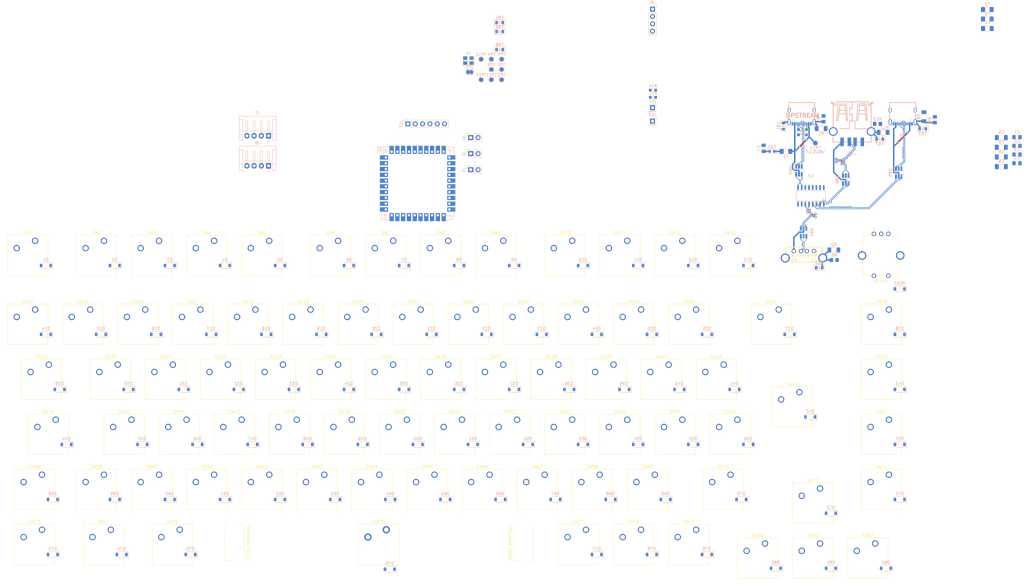
<source format=kicad_pcb>
(kicad_pcb (version 20221018) (generator pcbnew)
  (title_block (title "Quanta Keyboard PCB") (date "2023-06-11") (rev "01") (company "0bsilab") (comment 1 "by Lucas Placentino"))
  (layers (0 "F.Cu" signal) (31 "B.Cu" signal) (34 "B.Paste" user) (35 "F.Paste" user) (36 "B.SilkS" user "B.Silkscreen") (37 "F.SilkS" user "F.Silkscreen") (38 "B.Mask" user) (39 "F.Mask" user) (44 "Edge.Cuts" user))
  (net 0 "")
  (net 1 "Net-(U2-VDD33)")
  (net 2 "VBAT")
  (net 3 "Net-(U2-VDD18)")
  (net 4 "Net-(U2-VDD5)")
  (net 5 "Net-(D85-VP)")
  (net 6 "Net-(D86-VP)")
  (net 7 "Net-(D84-VP)")
  (net 8 "Column1")
  (net 9 "Column2")
  (net 10 "Column3")
  (net 11 "Column4")
  (net 12 "Column5")
  (net 13 "Column6")
  (net 14 "Column7")
  (net 15 "Column8")
  (net 16 "Column9")
  (net 17 "Column10")
  (net 18 "Column11")
  (net 19 "Column12")
  (net 20 "Column13")
  (net 21 "Column14")
  (net 22 "Column15")
  (net 23 "USB_UP_D-")
  (net 24 "USB_UP_D+")
  (net 25 "USB2_D-")
  (net 26 "USB2_D+")
  (net 27 "Net-USB3-D-")
  (net 28 "Net-USB3-D+")
  (net 29 "USB3_D+")
  (net 30 "USB3_D-")
  (net 31 "USB4_D-")
  (net 32 "USB4_D+")
  (net 33 "Net-U2-D-")
  (net 34 "Net-(F1-Pad1)")
  (net 35 "Net-(F2-Pad2)")
  (net 36 "Net-(F3-Pad2)")
  (net 37 "Net-(F4-Pad2)")
  (net 38 "SHLD")
  (net 39 "Net-(J1-CC1)")
  (net 40 "Net-(J1-CC2)")
  (net 41 "+3.3V")
  (net 42 "Net-(J5-Pin_2)")
  (net 43 "Net-(J5-Pin_3)")
  (net 44 "VBUS")
  (net 45 "Net-(J9-CC1)")
  (net 46 "Net-(J9-CC2)")
  (net 47 "Net-(J12-Pin_1)")
  (net 48 "Net-(J12-Pin_2)")
  (net 49 "Net-(J12-Pin_3)")
  (net 50 "Net-(J12-Pin_4)")
  (net 51 "Net-(J12-Pin_5)")
  (net 52 "Net-(J12-Pin_6)")
  (net 53 "Net-(J13-Pin_1)")
  (net 54 "Net-(JP1-A)")
  (net 55 "Row1")
  (net 56 "Row2")
  (net 57 "Row3")
  (net 58 "Row4")
  (net 59 "Row5")
  (net 60 "Row6")
  (net 61 "REA")
  (net 62 "REB")
  (net 63 "Net-(U1-BOOTSEL)")
  (net 64 "Net-(U1-~{RESET})")
  (net 65 "USB1_D-")
  (net 66 "USB1_D+")
  (net 67 "Net-(U2-XOUT)")
  (net 68 "Net-U2-D+")
  (net 69 "Net-(D1-A)")
  (net 70 "Net-(D2-A)")
  (net 71 "Net-(D3-A)")
  (net 72 "Net-(D4-A)")
  (net 73 "Net-(D5-A)")
  (net 74 "Net-(D6-A)")
  (net 75 "Net-(D7-A)")
  (net 76 "Net-(D8-A)")
  (net 77 "Net-(D9-A)")
  (net 78 "Net-(D10-A)")
  (net 79 "Net-(D11-A)")
  (net 80 "Net-(D12-A)")
  (net 81 "Net-(D13-A)")
  (net 82 "Net-(D14-A)")
  (net 83 "Net-(D15-A)")
  (net 84 "Net-(D16-A)")
  (net 85 "Net-(D17-A)")
  (net 86 "Net-(D18-A)")
  (net 87 "Net-(D19-A)")
  (net 88 "Net-(D20-A)")
  (net 89 "Net-(D21-A)")
  (net 90 "Net-(D22-A)")
  (net 91 "Net-(D23-A)")
  (net 92 "Net-(D24-A)")
  (net 93 "Net-(D25-A)")
  (net 94 "Net-(D26-A)")
  (net 95 "Net-(D27-A)")
  (net 96 "Net-(D28-A)")
  (net 97 "Net-(D29-A)")
  (net 98 "Net-(D30-A)")
  (net 99 "Net-(D31-A)")
  (net 100 "Net-(D32-A)")
  (net 101 "Net-(D33-A)")
  (net 102 "Net-(D34-A)")
  (net 103 "Net-(D35-A)")
  (net 104 "Net-(D36-A)")
  (net 105 "Net-(D37-A)")
  (net 106 "Net-(D38-A)")
  (net 107 "Net-(D39-A)")
  (net 108 "Net-(D40-A)")
  (net 109 "Net-(D41-A)")
  (net 110 "Net-(D42-A)")
  (net 111 "Net-(D43-A)")
  (net 112 "Net-(D44-A)")
  (net 113 "Net-(D45-A)")
  (net 114 "Net-(D46-A)")
  (net 115 "Net-(D47-A)")
  (net 116 "Net-(D48-A)")
  (net 117 "Net-(D49-A)")
  (net 118 "Net-(D50-A)")
  (net 119 "Net-(D51-A)")
  (net 120 "Net-(D52-A)")
  (net 121 "Net-(D53-A)")
  (net 122 "Net-(D54-A)")
  (net 123 "Net-(D55-A)")
  (net 124 "Net-(D56-A)")
  (net 125 "Net-(D57-A)")
  (net 126 "Net-(D58-A)")
  (net 127 "Net-(D59-A)")
  (net 128 "Net-(D60-A)")
  (net 129 "Net-(D61-A)")
  (net 130 "Net-(D62-A)")
  (net 131 "Net-(D63-A)")
  (net 132 "Net-(D64-A)")
  (net 133 "Net-(D65-A)")
  (net 134 "Net-(D66-A)")
  (net 135 "Net-(D67-A)")
  (net 136 "Net-(D68-A)")
  (net 137 "Net-(D69-A)")
  (net 138 "Net-(D70-A)")
  (net 139 "Net-(D71-A)")
  (net 140 "Net-(D72-A)")
  (net 141 "Net-(D73-A)")
  (net 142 "Net-(D74-A)")
  (net 143 "Net-(D75-A)")
  (net 144 "Net-(D76-A)")
  (net 145 "Net-(D77-A)")
  (net 146 "Net-(D78-A)")
  (net 147 "Net-(D79-A)")
  (net 148 "Net-(D80-A)")
  (net 149 "Net-(D81-A)")
  (net 150 "Net-(D82-A)")
  (net 151 "Net-(RED1-A)")
  (net 152 "VBUS_UP")
  (net 153 "Net-J6-D-")
  (net 154 "GND")
  (net 155 "+5V")
  (net 156 "Net-J6-D+")
  (net 157 "Net-J10-D-")
  (net 158 "Net-J10-D+")
  (footprint "Button_Switch_Keyboard:SW_Cherry_MX_1.00u_PCB" (layer "F.Cu") (at 165.1 150.8125)
    (fp_text reference "SW34")
    (fp_text value "SW_Push")
  )
  (footprint "Button_Switch_Keyboard:SW_Cherry_MX_1.00u_PCB" (layer "F.Cu") (at 255.5875 188.9125)
    (fp_text reference "SW68")
    (fp_text value "SW_Push")
  )
  (footprint "Button_Switch_Keyboard:SW_Cherry_MX_1.00u_PCB" (layer "F.Cu") (at 350.8375 212.725)
    (fp_text reference "SW82")
    (fp_text value "SW_Push")
  )
  (footprint "Button_Switch_Keyboard:SW_Cherry_MX_1.00u_PCB" (layer "F.Cu") (at 355.6 150.8125)
    (fp_text reference "SW43")
    (fp_text value "SW_Push")
  )
  (footprint "Button_Switch_Keyboard:SW_Cherry_MX_1.00u_PCB" (layer "F.Cu") (at 250.825 131.7625)
    (fp_text reference "SW24")
    (fp_text value "SW_Push")
  )
  (footprint "Button_Switch_Keyboard:SW_Cherry_MX_1.00u_PCB" (layer "F.Cu") (at 131.7625 169.8625)
    (fp_text reference "SW47")
    (fp_text value "SW_Push")
  )
  (footprint "Button_Switch_Keyboard:SW_Cherry_MX_1.00u_PCB" (layer "F.Cu") (at 150.8125 169.8625)
    (fp_text reference "SW48")
    (fp_text value "SW_Push")
  )
  (footprint "Button_Switch_Keyboard:SW_Cherry_MX_1.00u_PCB" (layer "F.Cu") (at 141.2875 107.95)
    (fp_text reference "SW5")
    (fp_text value "SW_Push")
  )
  (footprint "Button_Switch_Keyboard:SW_Cherry_MX_2.00u_PCB" (layer "F.Cu") (at 317.5 131.7625)
    (fp_text reference "SW27")
    (fp_text value "SW_Push")
  )
  (footprint "Button_Switch_Keyboard:SW_Cherry_MX_1.00u_PCB" (layer "F.Cu") (at 265.1125 107.95)
    (fp_text reference "SW11")
    (fp_text value "SW_Push")
  )
  (footprint "Button_Switch_Keyboard:SW_Cherry_MX_1.00u_PCB" (layer "F.Cu") (at 84.1375 188.9125)
    (fp_text reference "SW59")
    (fp_text value "SW_Push")
  )
  (footprint "Button_Switch_Keyboard:SW_Cherry_MX_1.00u_PCB" (layer "F.Cu") (at 288.925 131.7625)
    (fp_text reference "SW26")
    (fp_text value "SW_Push")
  )
  (footprint "Button_Switch_Keyboard:SW_Cherry_MX_1.00u_PCB" (layer "F.Cu") (at 250.825 207.9625)
    (fp_text reference "SW77")
    (fp_text value "SW_Push")
  )
  (footprint "Button_Switch_Keyboard:SW_Cherry_MX_1.00u_PCB" (layer "F.Cu") (at 269.875 207.9625)
    (fp_text reference "SW78")
    (fp_text value "SW_Push")
  )
  (footprint "Button_Switch_Keyboard:SW_Cherry_MX_1.00u_PCB" (layer "F.Cu") (at 222.25 150.8125)
    (fp_text reference "SW37")
    (fp_text value "SW_Push")
  )
  (footprint "Button_Switch_Keyboard:SW_Cherry_MX_1.00u_PCB" (layer "F.Cu") (at 174.625 131.7625)
    (fp_text reference "SW20")
    (fp_text value "SW_Push")
  )
  (footprint "Button_Switch_Keyboard:SW_Cherry_MX_1.00u_PCB" (layer "F.Cu") (at 165.1 107.95)
    (fp_text reference "SW6")
    (fp_text value "SW_Push")
  )
  (footprint "Button_Switch_Keyboard:SW_Cherry_MX_1.00u_PCB" (layer "F.Cu") (at 207.9625 169.8625)
    (fp_text reference "SW51")
    (fp_text value "SW_Push")
  )
  (footprint "Rotary_Encoder:RotaryEncoder_Bourns_Vertical_PEC12R-3xxxF-Sxxxx" (layer "F.Cu") (at 355.417809 105.533921 -90)
    (fp_text reference "RESW1")
    (fp_text value "RotaryEncoder_Switch")
  )
  (footprint "Button_Switch_Keyboard:SW_Cherry_MX_1.00u_PCB" (layer "F.Cu") (at 122.2375 107.95)
    (fp_text reference "SW4")
    (fp_text value "SW_Push")
  )
  (footprint "Button_Switch_Keyboard:SW_Cherry_MX_1.00u_PCB" (layer "F.Cu") (at 98.425 131.7625)
    (fp_text reference "SW16")
    (fp_text value "SW_Push")
  )
  (footprint "Button_Switch_Keyboard:SW_Cherry_MX_1.00u_PCB" (layer "F.Cu") (at 274.6375 188.9125)
    (fp_text reference "SW69")
    (fp_text value "SW_Push")
  )
  (footprint "Button_Switch_Keyboard:SW_Cherry_MX_1.00u_PCB" (layer "F.Cu") (at 203.2 150.8125)
    (fp_text reference "SW36")
    (fp_text value "SW_Push")
  )
  (footprint "Button_Switch_Keyboard:SW_Cherry_MX_1.00u_PCB" (layer "F.Cu") (at 231.775 131.7625)
    (fp_text reference "SW23")
    (fp_text value "SW_Push")
  )
  (footprint "PCM_Mounting_Keyboard_Stabilizer:Stabilizer_Cherry_MX_6.25u" (layer "F.Cu") (at 179.22875 213.0425 180)
    (fp_text reference "6.25u stabilizer")
    (fp_text value "Stabilizer_Cherry_MX_6.25u")
  )
  (footprint "Button_Switch_Keyboard:SW_Cherry_MX_1.00u_PCB" (layer "F.Cu") (at 184.15 150.8125)
    (fp_text reference "SW35")
    (fp_text value "SW_Push")
  )
  (footprint "Button_Switch_Keyboard:SW_Cherry_MX_1.00u_PCB" (layer "F.Cu") (at 222.25 107.95)
    (fp_text reference "SW9")
    (fp_text value "SW_Push")
  )
  (footprint "Button_Switch_Keyboard:SW_Cherry_MX_1.25u_PCB" (layer "F.Cu") (at 62.70625 207.9625)
    (fp_text reference "SW73")
    (fp_text value "SW_Push")
  )
  (footprint "Button_Switch_Keyboard:SW_Cherry_MX_1.75u_PCB" (layer "F.Cu") (at 67.46875 169.8625)
    (fp_text reference "SW44")
    (fp_text value "SW_Push")
  )
  (footprint "Button_Switch_Keyboard:SW_Cherry_MX_1.00u_PCB" (layer "F.Cu") (at 127 150.8125)
    (fp_text reference "SW32")
    (fp_text value "SW_Push")
  )
  (footprint "Button_Switch_Keyboard:SW_Cherry_MX_1.00u_PCB" (layer "F.Cu") (at 107.95 150.8125)
    (fp_text reference "SW31")
    (fp_text value "SW_Push")
  )
  (footprint "Button_Switch_Keyboard:SW_Cherry_MX_1.00u_PCB" (layer "F.Cu") (at 136.525 131.7625)
    (fp_text reference "SW18")
    (fp_text value "SW_Push")
  )
  (footprint "Button_Switch_Keyboard:SW_Cherry_MX_1.25u_PCB" (layer "F.Cu") (at 86.51875 207.9625)
    (fp_text reference "SW74")
    (fp_text value "SW_Push")
  )
  (footprint "Button_Switch_Keyboard:SW_Cherry_MX_1.00u_PCB" (layer "F.Cu") (at 355.6 169.8625)
    (fp_text reference "SW57")
    (fp_text value "SW_Push")
  )
  (footprint "Button_Switch_Keyboard:SW_Cherry_MX_1.00u_PCB" (layer "F.Cu") (at 103.1875 188.9125)
    (fp_text reference "SW60")
    (fp_text value "SW_Push")
  )
  (footprint "Button_Switch_Keyboard:SW_Cherry_MX_1.75u_PCB" (layer "F.Cu") (at 300.83125 188.9125)
    (fp_text reference "SW70")
    (fp_text value "SW_Push")
  )
  (footprint "Button_Switch_Keyboard:SW_Cherry_MX_1.00u_PCB" (layer "F.Cu") (at 269.875 131.7625)
    (fp_text reference "SW25")
    (fp_text value "SW_Push")
  )
  (footprint "Button_Switch_Keyboard:SW_Cherry_MX_1.00u_PCB" (layer "F.Cu") (at 155.575 131.7625)
    (fp_text reference "SW19")
    (fp_text value "SW_Push")
  )
  (footprint "Button_Switch_Keyboard:SW_Cherry_MX_1.00u_PCB" (layer "F.Cu") (at 355.6 188.9125)
    (fp_text reference "SW71")
    (fp_text value "SW_Push")
  )
  (footprint "Button_Switch_Keyboard:SW_Cherry_MX_1.00u_PCB" (layer "F.Cu") (at 288.925 207.9625)
    (fp_text reference "SW79")
    (fp_text value "SW_Push")
  )
  (footprint "Button_Switch_Keyboard:SW_Cherry_MX_1.00u_PCB" (layer "F.Cu") (at 355.6 131.7625)
    (fp_text reference "SW28")
    (fp_text value "SW_Push")
  )
  (footprint "Button_Switch_Keyboard:SW_Cherry_MX_1.00u_PCB" (layer "F.Cu") (at 60.325 131.7625)
    (fp_text reference "SW14")
    (fp_text value "SW_Push")
  )
  (footprint "Button_Switch_Keyboard:SW_Cherry_MX_1.00u_PCB" (layer "F.Cu") (at 331.7875 193.675)
    (fp_text reference "SW72")
    (fp_text value "SW_Push")
  )
  (footprint "Button_Switch_Keyboard:SW_Cherry_MX_1.00u_PCB" (layer "F.Cu") (at 241.3 150.8125)
    (fp_text reference "SW38")
    (fp_text value "SW_Push")
  )
  (footprint "Button_Switch_Keyboard:SW_Cherry_MX_ISOEnter_PCB" (layer "F.Cu") (at 324.64375 160.3375)
    (fp_text reference "SW42")
    (fp_text value "SW_Push")
  )
  (footprint "Button_Switch_Keyboard:SW_Cherry_MX_1.00u_PCB" (layer "F.Cu") (at 217.4875 188.9125)
    (fp_text reference "SW66")
    (fp_text value "SW_Push")
  )
  (footprint "Button_Switch_Keyboard:SW_Cherry_MX_1.00u_PCB" (layer "F.Cu") (at 260.35 150.8125)
    (fp_text reference "SW39")
    (fp_text value "SW_Push")
  )
  (footprint "Button_Switch_Keyboard:SW_Cherry_MX_1.00u_PCB" (layer "F.Cu") (at 84.1375 107.95)
    (fp_text reference "SW2")
    (fp_text value "SW_Push")
  )
  (footprint "Button_Switch_Keyboard:SW_Cherry_MX_1.00u_PCB" (layer "F.Cu") (at 193.675 131.7625)
    (fp_text reference "SW21")
    (fp_text value "SW_Push")
  )
  (footprint "Button_Switch_Keyboard:SW_Cherry_MX_1.00u_PCB" (layer "F.Cu") (at 236.5375 188.9125)
    (fp_text reference "SW67")
    (fp_text value "SW_Push")
  )
  (footprint "Button_Switch_Keyboard:SW_Cherry_MX_1.00u_PCB" (layer "F.Cu") (at 203.2 107.95)
    (fp_text reference "SW8")
    (fp_text value "SW_Push")
  )
  (footprint "Button_Switch_Keyboard:SW_Cherry_MX_1.00u_PCB" (layer "F.Cu") (at 141.2875 188.9125)
    (fp_text reference "SW62")
    (fp_text value "SW_Push")
  )
  (footprint "Button_Switch_Keyboard:SW_Cherry_MX_1.00u_PCB" (layer "F.Cu") (at 179.3875 188.9125)
    (fp_text reference "SW64")
    (fp_text value "SW_Push")
  )
  (footprint "Button_Switch_Keyboard:SW_Cherry_MX_1.00u_PCB" (layer "F.Cu") (at 246.0625 107.95)
    (fp_text reference "SW10")
    (fp_text value "SW_Push")
  )
  (footprint "Button_Switch_Keyboard:SW_Cherry_MX_1.00u_PCB" (layer "F.Cu") (at 265.1125 169.8625)
    (fp_text reference "SW54")
    (fp_text value "SW_Push")
  )
  (footprint "Button_Switch_Keyboard:SW_Cherry_MX_1.00u_PCB" (layer "F.Cu") (at 103.1875 107.95)
    (fp_text reference "SW3")
    (fp_text value "SW_Push")
  )
  (footprint "Button_Switch_Keyboard:SW_Cherry_MX_1.00u_PCB" (layer "F.Cu") (at 303.2125 107.95)
    (fp_text reference "SW13")
    (fp_text value "SW_Push")
  )
  (footprint "Button_Switch_Keyboard:SW_Cherry_MX_1.00u_PCB" (layer "F.Cu") (at 60.325 107.95)
    (fp_text reference "SW1")
    (fp_text value "SW_Push")
  )
  (footprint "Button_Switch_Keyboard:SW_Cherry_MX_1.00u_PCB" (layer "F.Cu") (at 303.2125 169.8625)
    (fp_text reference "SW56")
    (fp_text value "SW_Push")
  )
  (footprint "Button_Switch_Keyboard:SW_Cherry_MX_1.00u_PCB" (layer "F.Cu") (at 184.15 107.95)
    (fp_text reference "SW7")
    (fp_text value "SW_Push")
  )
  (footprint "Button_Switch_Keyboard:SW_Cherry_MX_1.00u_PCB" (layer "F.Cu") (at 246.0625 169.8625)
    (fp_text reference "SW53")
    (fp_text value "SW_Push")
  )
  (footprint "Button_Switch_Keyboard:SW_Cherry_MX_1.00u_PCB" (layer "F.Cu") (at 112.7125 169.8625)
    (fp_text reference "SW46")
    (fp_text value "SW_Push")
  )
  (footprint "Button_Switch_Keyboard:SW_Cherry_MX_1.00u_PCB" (layer "F.Cu") (at 146.05 150.8125)
    (fp_text reference "SW33")
    (fp_text value "SW_Push")
  )
  (footprint "Button_Switch_Keyboard:SW_Cherry_MX_1.00u_PCB" (layer "F.Cu") (at 284.1625 107.95)
    (fp_text reference "SW12")
    (fp_text value "SW_Push")
  )
  (footprint "Button_Switch_Keyboard:SW_Cherry_MX_1.00u_PCB" (layer "F.Cu") (at 160.3375 188.9125)
    (fp_text reference "SW63")
    (fp_text value "SW_Push")
  )
  (footprint "Button_Switch_Keyboard:SW_Cherry_MX_1.00u_PCB" (layer "F.Cu") (at 284.1625 169.8625)
    (fp_text reference "SW55")
    (fp_text value "SW_Push")
  )
  (footprint "Button_Switch_Keyboard:SW_Cherry_MX_1.00u_PCB" (layer "F.Cu") (at 169.8625 169.8625)
    (fp_text reference "SW49")
    (fp_text value "SW_Push")
  )
  (footprint "Button_Switch_Keyboard:SW_Cherry_MX_1.00u_PCB" (layer "F.Cu") (at 198.4375 188.9125)
    (fp_text reference "SW65")
    (fp_text value "SW_Push")
  )
  (footprint "Button_Switch_Keyboard:SW_Cherry_MX_1.00u_PCB" (layer "F.Cu") (at 79.375 131.7625)
    (fp_text reference "SW15")
    (fp_text value "SW_Push")
  )
  (footprint "Button_Switch_Keyboard:SW_Cherry_MX_1.00u_PCB" (layer "F.Cu") (at 93.6625 169.8625)
    (fp_text reference "SW45")
    (fp_text value "SW_Push")
  )
  (footprint "Button_Switch_Keyboard:SW_Cherry_MX_1.00u_PCB" (layer "F.Cu") (at 312.7375 212.725)
    (fp_text reference "SW80")
    (fp_text value "SW_Push")
  )
  (footprint "Button_Switch_Keyboard:SW_Cherry_MX_1.25u_PCB" (layer "F.Cu") (at 110.33125 207.9625)
    (fp_text reference "SW75")
    (fp_text value "SW_Push")
  )
  (footprint "Button_Switch_Keyboard:SW_Cherry_MX_1.25u_PCB" (layer "F.Cu") (at 62.70625 188.9125)
    (fp_text reference "SW58")
    (fp_text value "SW_Push")
  )
  (footprint "Button_Switch_Keyboard:SW_Cherry_MX_1.00u_PCB" (layer "F.Cu") (at 212.725 131.7625)
    (fp_text reference "SW22")
    (fp_text value "SW_Push")
  )
  (footprint "Button_Switch_Keyboard:SW_Cherry_MX_1.00u_PCB" (layer "F.Cu") (at 88.9 150.8125)
    (fp_text reference "SW30")
    (fp_text value "SW_Push")
  )
  (footprint "USB_A_vertical_KH-AF180ZJ-13.7:USB-A-TH_KH-AF180ZJ-13.7" (layer "F.Cu") (at 326.23125 112.7125)
    (fp_text reference "J6")
    (fp_text value "USB_A_Receptacle_UBS2.0")
  )
  (footprint "Button_Switch_Keyboard:SW_Cherry_MX_1.00u_PCB" (layer "F.Cu") (at 331.7875 212.725)
    (fp_text reference "SW81")
    (fp_text value "SW_Push")
  )
  (footprint "PCM_Switch_Keyboard_Cherry_MX:SW_Cherry_MX_PCB_6.25u" (layer "F.Cu") (at 179.22875 213.0425)
    (fp_text reference "SW76")
    (fp_text value "SW_Push")
  )
  (footprint "Button_Switch_Keyboard:SW_Cherry_MX_1.00u_PCB" (layer "F.Cu") (at 188.9125 169.8625)
    (fp_text reference "SW50")
    (fp_text value "SW_Push")
  )
  (footprint "Button_Switch_Keyboard:SW_Cherry_MX_1.00u_PCB" (layer "F.Cu") (at 117.475 131.7625)
    (fp_text reference "SW17")
    (fp_text value "SW_Push")
  )
  (footprint "Button_Switch_Keyboard:SW_Cherry_MX_1.50u_PCB" (layer "F.Cu") (at 65.0875 150.8125)
    (fp_text reference "SW29")
    (fp_text value "SW_Push")
  )
  (footprint "Button_Switch_Keyboard:SW_Cherry_MX_1.00u_PCB" (layer "F.Cu") (at 298.45 150.8125)
    (fp_text reference "SW41")
    (fp_text value "SW_Push")
  )
  (footprint "Button_Switch_Keyboard:SW_Cherry_MX_1.00u_PCB" (layer "F.Cu") (at 279.4 150.8125)
    (fp_text reference "SW40")
    (fp_text value "SW_Push")
  )
  (footprint "Button_Switch_Keyboard:SW_Cherry_MX_1.00u_PCB" (layer "F.Cu") (at 227.0125 169.8625)
    (fp_text reference "SW52")
    (fp_text value "SW_Push")
  )
  (footprint "Button_Switch_Keyboard:SW_Cherry_MX_1.00u_PCB" (layer "F.Cu") (at 122.2375 188.9125)
    (fp_text reference "SW61")
    (fp_text value "SW_Push")
  )
  (footprint "Resistor_SMD:R_0805_2012Metric_Pad1.20x1.40mm_HandSolder" (layer "B.Cu") (at 336.697946 114.59151 180)
    (fp_text reference "R6")
    (fp_text value "1M")
  )
  (footprint "Diode_SMD:D_SOD-123" (layer "B.Cu") (at 187.875 116.51875 180)
    (fp_text reference "D7")
    (fp_text value "DIODE")
  )
  (footprint "Diode_SMD:D_SOD-123" (layer "B.Cu") (at 283.125 159.38125 180)
    (fp_text reference "D40")
    (fp_text value "DIODE")
  )
  (footprint "Crystal:Crystal_SMD_3225-4Pin_3.2x2.5mm" (layer "B.Cu") (at 210.16375 45.5525 180)
    (fp_text reference "Y1")
    (fp_text value "12MHz Crystal")
  )
  (footprint "Diode_SMD:D_SOD-123" (layer "B.Cu") (at 183.1125 197.48125 180)
    (fp_text reference "D64")
    (fp_text value "DIODE")
  )
  (footprint "PCM_Ferrite_SMD_Handsoldering_AKL:Ferrite_0805_2012Metric" (layer "B.Cu") (at 220.97875 35.5275 180)
    (fp_text reference "FB6")
    (fp_text value "600R 500mA" hide)
  )
  (footprint "Diode_SMD:D_SOD-123" (layer "B.Cu") (at 287.8875 178.43125 180)
    (fp_text reference "D55")
    (fp_text value "DIODE")
  )
  (footprint "Diode_SMD:D_SOD-123" (layer "B.Cu") (at 64.05 116.51875 180)
    (fp_text reference "D1")
    (fp_text value "DIODE")
  )
  (footprint "Diode_SMD:D_SOD-123" (layer "B.Cu") (at 197.4 140.33125 180)
    (fp_text reference "D21")
    (fp_text value "DIODE")
  )
  (footprint "USB_C_socket_GT-USB-7010H:USB-C-SMD_G-SWITCH_GT-USB-7010EN" (layer "B.Cu") (at 325.4375 65.0875)
    (fp_text reference "J1")
    (fp_text value "USB_C_Receptacle_USB2.0")
  )
  (footprint "Diode_SMD:D_SOD-123" (layer "B.Cu") (at 182.95375 221.61125 180)
    (fp_text reference "D76")
    (fp_text value "DIODE")
  )
  (footprint "Capacitor_SMD:C_1206_3216Metric_Pad1.33x1.80mm_HandSolder" (layer "B.Cu") (at 394.46875 78.93125 180)
    (fp_text reference "C8")
    (fp_text value "100uF")
  )
  (footprint "Resistor_SMD:R_0603_1608Metric_Pad0.98x0.95mm_HandSolder" (layer "B.Cu") (at 273.99375 55.78125 180)
    (fp_text reference "R10")
    (fp_text value "56K 20%")
  )
  (footprint "Diode_SMD:D_SOD-123" (layer "B.Cu") (at 106.9125 197.48125 180)
    (fp_text reference "D60")
    (fp_text value "DIODE")
  )
  (footprint "USB_C_socket_GT-USB-7010H:USB-C-SMD_G-SWITCH_GT-USB-7010EN" (layer "B.Cu") (at 360.3625 65.08625)
    (fp_text reference "J9")
    (fp_text value "USB_C_Receptacle_USB2.0")
  )
  (footprint "Diode_SMD:D_SOD-123" (layer "B.Cu") (at 359.325 140.33125 180)
    (fp_text reference "D28")
    (fp_text value "DIODE")
  )
  (footprint "Diode_SMD:D_SOD-123" (layer "B.Cu") (at 335.5125 202.24375 180)
    (fp_text reference "D72")
    (fp_text value "DIODE")
  )
  (footprint "Diode_SMD:D_SOD-123" (layer "B.Cu") (at 71.19375 178.43125 180)
    (fp_text reference "D44")
    (fp_text value "DIODE")
  )
  (footprint "Diode_SMD:D_SOD-123" (layer "B.Cu") (at 328.36875 168.90625 180)
    (fp_text reference "D42")
    (fp_text value "DIODE")
  )
  (footprint "Diode_SMD:D_SOD-123" (layer "B.Cu") (at 140.25 140.33125 180)
    (fp_text reference "D18")
    (fp_text value "DIODE")
  )
  (footprint "PCM_Ferrite_SMD_Handsoldering_AKL:Ferrite_0805_2012Metric" (layer "B.Cu") (at 367.279902 69.192169)
    (fp_text reference "FB3")
    (fp_text value "600R" hide)
  )
  (footprint "Capacitor_SMD:C_1206_3216Metric_Pad1.33x1.80mm_HandSolder" (layer "B.Cu") (at 394.46875 75.58125 180)
    (fp_text reference "C6")
    (fp_text value "100uF")
  )
  (footprint "Diode_SMD:D_SOD-123" (layer "B.Cu") (at 225.975 116.51875 180)
    (fp_text reference "D9")
    (fp_text value "DIODE")
  )
  (footprint "Diode_SMD:D_SOD-123" (layer "B.Cu") (at 206.925 159.38125 180)
    (fp_text reference "D36")
    (fp_text value "DIODE")
  )
  (footprint "Fuse:Fuse_1206_3216Metric_Pad1.42x1.75mm_HandSolder" (layer "B.Cu") (at 389.63125 27.89625 180)
    (fp_text reference "F2")
    (fp_text value "500mA")
  )
  (footprint "TestPoint:TestPoint_Pad_D1.5mm" (layer "B.Cu") (at 214.56375 45.1025 180)
    (fp_text reference "TP12")
    (fp_text value "VDD18")
  )
  (footprint "SL2.1a:SOP-16_L10.0-W3.9-P1.27-LS6.0-BL" (layer "B.Cu") (at 328.6075 92.38 180)
    (fp_text reference "U2")
    (fp_text value "SL2.1A")
  )
  (footprint "Diode_SMD:D_SOD-123" (layer "B.Cu") (at 90.24375 216.53125 180)
    (fp_text reference "D74")
    (fp_text value "DIODE")
  )
  (footprint "Diode_SMD:D_SOD-123" (layer "B.Cu") (at 83.1 140.33125 180)
    (fp_text reference "D15")
    (fp_text value "DIODE")
  )
  (footprint "Capacitor_SMD:C_1206_3216Metric_Pad1.33x1.80mm_HandSolder" (layer "B.Cu") (at 394.46875 82.28125 180)
    (fp_text reference "C9")
    (fp_text value "100uF")
  )
  (footprint "Diode_SMD:D_SOD-123" (layer "B.Cu") (at 240.2625 197.48125 180)
    (fp_text reference "D67")
    (fp_text value "DIODE")
  )
  (footprint "Diode_SMD:D_SOD-123" (layer "B.Cu") (at 254.55 216.53125 180)
    (fp_text reference "D77")
    (fp_text value "DIODE")
  )
  (footprint "Diode_SMD:D_SOD-123" (layer "B.Cu") (at 66.43125 216.53125 180)
    (fp_text reference "D73")
    (fp_text value "DIODE")
  )
  (footprint "Capacitor_SMD:C_0805_2012Metric_Pad1.18x1.45mm_HandSolder" (layer "B.Cu") (at 399.87875 72.06125 180)
    (fp_text reference "C1")
    (fp_text value "10uF")
  )
  (footprint "Diode_SMD:D_SOD-123" (layer "B.Cu") (at 121.2 140.33125 180)
    (fp_text reference "D17")
    (fp_text value "DIODE")
  )
  (footprint "Resistor_SMD:R_0805_2012Metric_Pad1.20x1.40mm_HandSolder" (layer "B.Cu") (at 332.983713 65.723821 -90)
    (fp_text reference "R5")
    (fp_text value "1M")
  )
  (footprint "Diode_SMD:D_SOD-123" (layer "B.Cu") (at 254.55 140.33125 180)
    (fp_text reference "D24")
    (fp_text value "DIODE")
  )
  (footprint "PCM_Ferrite_SMD_Handsoldering_AKL:Ferrite_0805_2012Metric" (layer "B.Cu") (at 220.97875 41.7675 180)
    (fp_text reference "FB8")
    (fp_text value "600R 500mA" hide)
  )
  (footprint "Diode_SMD:D_SOD-123" (layer "B.Cu") (at 273.6 216.53125 180)
    (fp_text reference "D78")
    (fp_text value "DIODE")
  )
  (footprint "Diode_SMD:D_SOD-123" (layer "B.Cu") (at 230.7375 178.43125 180)
    (fp_text reference "D52")
    (fp_text value "DIODE")
  )
  (footprint "Diode_SMD:D_SOD-123" (layer "B.Cu") (at 102.15 140.33125 180)
    (fp_text reference "D16")
    (fp_text value "DIODE")
  )
  (footprint "Diode_SMD:D_SOD-123" (layer "B.Cu") (at 154.5375 178.43125 180)
    (fp_text reference "D48")
    (fp_text value "DIODE")
  )
  (footprint "TestPoint:TestPoint_Pad_D1.5mm" (layer "B.Cu") (at 221.66375 52.2025 180)
    (fp_text reference "TP3")
    (fp_text value "3V3")
  )
  (footprint "Diode_SMD:D_SOD-123" (layer "B.Cu") (at 259.3125 197.48125 180)
    (fp_text reference "D68")
    (fp_text value "DIODE")
  )
  (footprint "Connector_PinHeader_2.54mm:PinHeader_1x06_P2.54mm_Vertical" (layer "B.Cu") (at 189.23 67.46875 -90)
    (fp_text reference "J12")
    (fp_text value "Conn_01x06_Socket GPIOs")
  )
  (footprint "Diode_SMD:D_SOD-123" (layer "B.Cu") (at 359.325998 124.618749 180)
    (fp_text reference "RED1")
    (fp_text value "DIODE")
  )
  (footprint "Resistor_SMD:R_0805_2012Metric_Pad1.20x1.40mm_HandSolder" (layer "B.Cu") (at 351.645318 67.458295 180)
    (fp_text reference "R13")
    (fp_text value "1M")
  )
  (footprint "Connector_JST:JST_EH_S4B-EH_1x04_P2.50mm_Horizontal" (layer "B.Cu") (at 141.06875 71.58875 180)
    (fp_text reference "J7")
    (fp_text value "JSTConn USB3")
  )
  (footprint "Connector_PinHeader_2.54mm:PinHeader_1x04_P2.54mm_Vertical" (layer "B.Cu") (at 273.84375 27.78125 180)
    (fp_text reference "J5")
    (fp_text value "Conn_01x04_Socket SWL")
  )
  (footprint "Diode_SMD:D_SOD-123" (layer "B.Cu") (at 304.55625 197.48125 180)
    (fp_text reference "D70")
    (fp_text value "DIODE")
  )
  (footprint "Diode_SMD:D_SOD-123" (layer "B.Cu") (at 135.4875 178.43125 180)
    (fp_text reference "D47")
    (fp_text value "DIODE")
  )
  (footprint "Diode_SMD:D_SOD-123" (layer "B.Cu") (at 130.725 159.38125 180)
    (fp_text reference "D32")
    (fp_text value "DIODE")
  )
  (footprint "TestPoint:TestPoint_Pad_D1.5mm" (layer "B.Cu") (at 214.56375 52.2025 180)
    (fp_text reference "TP14")
    (fp_text value "GND")
  )
  (footprint "PCM_Ferrite_SMD_Handsoldering_AKL:Ferrite_0805_2012Metric" (layer "B.Cu") (at 220.97875 32.4075 180)
    (fp_text reference "FB5")
    (fp_text value "600R 500mA" hide)
  )
  (footprint "Diode_SMD:D_SOD-123" (layer "B.Cu") (at 164.0625 197.48125 180)
    (fp_text reference "D63")
    (fp_text value "DIODE")
  )
  (footprint "Connector_JST:JST_EH_S4B-EH_1x04_P2.50mm_Horizontal" (layer "B.Cu") (at 141.06875 81.97375 180)
    (fp_text reference "J8")
    (fp_text value "JSTConn USB4")
  )
  (footprint "Diode_SMD:D_SOD-123" (layer "B.Cu") (at 66.43125 197.48125 180)
    (fp_text reference "D58")
    (fp_text value "DIODE")
  )
  (footprint "Diode_SMD:D_SOD-123" (layer "B.Cu") (at 178.35 140.33125 180)
    (fp_text reference "D20")
    (fp_text value "DIODE")
  )
  (footprint "Diode_SMD:D_SOD-123" (layer "B.Cu") (at 306.9375 178.43125 180)
    (fp_text reference "D56")
    (fp_text value "DIODE")
  )
  (footprint "Resistor_SMD:R_0805_2012Metric_Pad1.20x1.40mm_HandSolder" (layer "B.Cu") (at 371.475 66.040888 -90)
    (fp_text reference "R9")
    (fp_text value "1M")
  )
  (footprint "Diode_SMD:D_SOD-123" (layer "B.Cu") (at 278.3625 197.48125 180)
    (fp_text reference "D69")
    (fp_text value "DIODE")
  )
  (footprint "Diode_SMD:D_SOD-123" (layer "B.Cu") (at 235.5 140.33125 180)
    (fp_text reference "D23")
    (fp_text value "DIODE")
  )
  (footprint "Resistor_SMD:R_1206_3216Metric_Pad1.30x1.75mm_HandSolder" (layer "B.Cu") (at 336.55 111.125 180)
    (fp_text reference "R2")
    (fp_text value "0R")
  )
  (footprint "Diode_SMD:D_SOD-123" (layer "B.Cu") (at 106.9125 116.51875 180)
    (fp_text reference "D3")
    (fp_text value "DIODE")
  )
  (footprint "PCM_Ferrite_SMD_Handsoldering_AKL:Ferrite_0603_1608Metric" (layer "B.Cu") (at 315.125 76.99375 180)
    (fp_text reference "FB4")
    (fp_text value "100R 2A5" hide)
  )
  (footprint "Diode_SMD:D_SOD-123" (layer "B.Cu") (at 111.675 159.38125 180)
    (fp_text reference "D31")
    (fp_text value "DIODE")
  )
  (footprint "Resistor_SMD:R_0603_1608Metric_Pad0.98x0.95mm_HandSolder" (layer "B.Cu") (at 273.99375 58.29125 180)
    (fp_text reference "R11")
    (fp_text value "56K 20%")
  )
  (footprint "PCM_Ferrite_SMD_Handsoldering_AKL:Ferrite_0805_2012Metric" (layer "B.Cu") (at 319.0875 68.2625 -90)
    (fp_text reference "FB1")
    (fp_text value "600R" hide)
  )
  (footprint "Connector_PinHeader_2.54mm:PinHeader_1x01_P2.54mm_Vertical" (layer "B.Cu") (at 273.84375 61.87125 180)
    (fp_text reference "J11")
    (fp_text value "Conn_01x01_Socket GND")
  )
  (footprint "Diode_SMD:D_SOD-123" (layer "B.Cu") (at 359.325 178.43125 180)
    (fp_text reference "D57")
    (fp_text value "DIODE")
  )
  (footprint "Diode_SMD:D_SOD-123" (layer "B.Cu") (at 206.925 116.51875 180)
    (fp_text reference "D8")
    (fp_text value "DIODE")
  )
  (footprint "Connector_PinHeader_2.54mm:PinHeader_1x02_P2.54mm_Vertical" (layer "B.Cu") (at 210.97875 83.34375 -90)
    (fp_text reference "J3")
    (fp_text value "Conn_01x02_Socket 3V3")
  )
  (footprint "Diode_SMD:D_SOD-123" (layer "B.Cu") (at 359.325 159.38125 180)
    (fp_text reference "D43")
    (fp_text value "DIODE")
  )
  (footprint "Package_TO_SOT_SMD:SOT-23-6_Handsoldering" (layer "B.Cu") (at 340.675 86.75625 -90)
    (fp_text reference "D86")
    (fp_text value "USBLC6-2SC6")
  )
  (footprint "Diode_SMD:D_SOD-123" (layer "B.Cu") (at 145.0125 116.51875 180)
    (fp_text reference "D5")
    (fp_text value "DIODE")
  )
  (footprint "Fuse:Fuse_1206_3216Metric_Pad1.42x1.75mm_HandSolder" (layer "B.Cu") (at 389.63125 34.47625 180)
    (fp_text reference "F4")
    (fp_text value "500mA")
  )
  (footprint "Diode_SMD:D_SOD-123" (layer "B.Cu") (at 249.7875 178.43125 180)
    (fp_text reference "D53")
    (fp_text value "DIODE")
  )
  (footprint "Diode_SMD:D_SOD-123" (layer "B.Cu") (at 268.8375 116.51875 180)
    (fp_text reference "D11")
    (fp_text value "DIODE")
  )
  (footprint "Connector_PinHeader_2.54mm:PinHeader_1x01_P2.54mm_Vertical" (layer "B.Cu") (at 273.84375 66.52125 180)
    (fp_text reference "J13")
    (fp_text value "Conn_01x01_Socket GPIO0")
  )
  (footprint "TestPoint:TestPoint_Pad_D1.5mm" (layer "B.Cu") (at 330.168924 74.134344)
    (fp_text reference "TP13")
    (fp_text value "VBUS_UP")
  )
  (footprint "Diode_SMD:D_SOD-123" (layer "B.Cu") (at 321.225 140.33125 180)
    (fp_text reference "D27")
    (fp_text value "DIODE")
  )
  (footprint "Capacitor_SMD:C_0805_2012Metric_Pad1.18x1.45mm_HandSolder" (layer "B.Cu") (at 399.87875 81.09125 180)
    (fp_text reference "C4")
    (fp_text value "10uF")
  )
  (footprint "Diode_SMD:D_SOD-123" (layer "B.Cu") (at 211.6875 178.43125 180)
    (fp_text reference "D51")
    (fp_text value "DIODE")
  )
  (footprint "Diode_SMD:D_SOD-123" (layer "B.Cu") (at 359.325 197.48125 180)
    (fp_text reference "D71")
    (fp_text value "DIODE")
  )
  (footprint "Diode_SMD:D_SOD-123" (layer "B.Cu") (at 245.025 159.38125 180)
    (fp_text reference "D38")
    (fp_text value "DIODE")
  )
  (footprint "TestPoint:TestPoint_Pad_D1.5mm" (layer "B.Cu") (at 218.11375 45.1025 180)
    (fp_text reference "TP4")
    (fp_text value "5VUSB")
  )
  (footprint "PCM_Ferrite_SMD_Handsoldering_AKL:Ferrite_0805_2012Metric" (layer "B.Cu") (at 352.409828 72.772816)
    (fp_text reference "FB7")
    (fp_text value "600R" hide)
  )
  (footprint "Resistor_SMD:R_1206_3216Metric_Pad1.30x1.75mm_HandSolder" (layer "B.Cu") (at 367.698402 64.986331 -90)
    (fp_text reference "R8")
    (fp_text value "0R")
  )
  (footprint "Diode_SMD:D_SOD-123" (layer "B.Cu") (at 114.05625 216.53125 180)
    (fp_text reference "D75")
    (fp_text value "DIODE")
  )
  (footprint "USB_A_horizontal_SMD_903-231A2031S10100:USB-A-SMD_903-231A2031S10100" (layer "B.Cu") (at 342.9 71.91125)
    (fp_text reference "J10")
    (fp_text value "USB_A_Receptacle_UBS2.0")
  )
  (footprint "Fuse:Fuse_1206_3216Metric_Pad1.42x1.75mm_HandSolder" (layer "B.Cu") (at 389.63125 31.18625 180)
    (fp_text reference "F3")
    (fp_text value "500mA")
  )
  (footprint "Package_TO_SOT_SMD:SOT-23-6_Handsoldering" (layer "B.Cu") (at 326.075 105.0125 90)
    (fp_text reference "D84")
    (fp_text value "USBLC6-2SC6")
  )
  (footprint "Diode_SMD:D_SOD-123" (layer "B.Cu") (at 168.825 116.51875 180)
    (fp_text reference "D6")
    (fp_text value "DIODE")
  )
  (footprint "Diode_SMD:D_SOD-123" (layer "B.Cu") (at 159.3 140.33125 180)
    (fp_text reference "D19")
    (fp_text value "DIODE")
  )
  (footprint "Diode_SMD:D_SOD-123" (layer "B.Cu") (at 168.825 159.38125 180)
    (fp_text reference "D34")
    (fp_text value "DIODE")
  )
  (footprint "Diode_SMD:D_SOD-123" (layer "B.Cu") (at 87.8625 116.51875 180)
    (fp_text reference "D2")
    (fp_text value "DIODE")
  )
  (footprint "TestPoint:TestPoint_Pad_D1.5mm" (layer "B.Cu") (at 218.11375 52.2025 180)
    (fp_text reference "TP11")
    (fp_text value "VDD3")
  )
  (footprint "Diode_SMD:D_SOD-123" (layer "B.Cu") (at 187.875 159.38125 180)
    (fp_text reference "D35")
    (fp_text value "DIODE")
  )
  (footprint "Diode_SMD:D_SOD-123" (layer "B.Cu") (at 97.3875 178.43125 180)
    (fp_text reference "D45")
    (fp_text value "DIODE")
  )
  (footprint "Diode_SMD:D_SOD-123" (layer "B.Cu") (at 225.975 159.38125 180)
    (fp_text reference "D37")
    (fp_text value "DIODE")
  )
  (footprint "Diode_SMD:D_SOD-123" (layer "B.Cu") (at 221.2125 197.48125 180)
    (fp_text reference "D66")
    (fp_text value "DIODE")
  )
  (footprint "Diode_SMD:D_SOD-123" (layer "B.Cu") (at 92.625 159.38125 180)
    (fp_text reference "D30")
    (fp_text value "DIODE")
  )
  (footprint "Diode_SMD:D_SOD-123" (layer "B.Cu") (at 216.45 140.33125 180)
    (fp_text reference "D22")
    (fp_text value "DIODE")
  )
  (footprint "Capacitor_SMD:C_1206_3216Metric_Pad1.33x1.80mm_HandSolder" (layer "B.Cu") (at 394.46875 72.23125 180)
    (fp_text reference "C5")
    (fp_text value "100uF")
  )
  (footprint "Diode_SMD:D_SOD-123" (layer "B.Cu") (at 249.7875 116.51875 180)
    (fp_text reference "D10")
    (fp_text value "DIODE")
  )
  (footprint "Resistor_SMD:R_0603_1608Metric_Pad0.98x0.95mm_HandSolder" (layer "B.Cu") (at 327.06029 70.366413 -90)
    (fp_text reference "R3")
    (fp_text value "5K11")
  )
  (footprint "PCM_Ferrite_SMD_Handsoldering_AKL:Ferrite_0805_2012Metric" (layer "B.Cu") (at 331.501404 117.256537 180)
    (fp_text reference "FB2")
    (fp_text value "600R" hide)
  )
  (footprint "TestPoint:TestPoint_Pad_D1.5mm" (layer "B.Cu") (at 218.11375 48.6525 180)
    (fp_text reference "TP5")
    (fp_text value "GND")
  )
  (footprint "Diode_SMD:D_SOD-123" (layer "B.Cu") (at 306.9375 116.51875 180)
    (fp_text reference "D13")
    (fp_text value "DIODE")
  )
  (footprint "Diode_SMD:D_SOD-123" (layer "B.Cu") (at 173.5875 178.43125 180)
    (fp_text reference "D49")
    (fp_text value "DIODE")
  )
  (footprint "Diode_SMD:D_SOD-123" (layer "B.Cu") (at 192.6375 178.43125 180)
    (fp_text reference "D50")
    (fp_text value "DIODE")
  )
  (footprint "Connector_PinHeader_2.54mm:PinHeader_1x02_P2.54mm_Vertical" (layer "B.Cu") (at 210.97875 77.7875 -90)
    (fp_text reference "J2")
    (fp_text value "Conn_01x02_Socket VBUS 5V")
  )
  (footprint "Diode_SMD:D_SOD-123" (layer "B.Cu") (at 292.65 216.53125 180)
    (fp_text reference "D79")
    (fp_text value "DIODE")
  )
  (footprint "Package_TO_SOT_SMD:SOT-23-6_Handsoldering" (layer "B.Cu") (at 358.97 84.375 -90)
    (fp_text reference "D85")
    (fp_text value "USBLC6-2SC6")
  )
  (footprint "Diode_SMD:D_SOD-123" (layer "B.Cu") (at 116.4375 178.43125 180)
    (fp_text reference "D46")
    (fp_text value "DIODE")
  )
  (footprint "Diode_SMD:D_SOD-123" (layer "B.Cu") (at 125.9625 197.48125 180)
    (fp_text reference "D61")
    (fp_text value "DIODE")
  )
  (footprint "Diode_SMD:D_SOD-123" (layer "B.Cu") (at 64.05 140.33125 180)
    (fp_text reference "D14")
    (fp_text value "DIODE")
  )
  (footprint "TestPoint:TestPoint_Pad_D1.5mm" (layer "B.Cu") (at 221.66375 45.1025 180)
    (fp_text reference "TP1")
    (fp_text value "BOOTSEL")
  )
  (footprint "Capacitor_SMD:C_0805_2012Metric_Pad1.18x1.45mm_HandSolder" (layer "B.Cu") (at 399.87875 75.07125 180)
    (fp_text reference "C2")
    (fp_text value "10uF")
  )
  (footprint "Diode_SMD:D_SOD-123" (layer "B.Cu") (at 354.5625 221.29375 180)
    (fp_text reference "D82")
    (fp_text value "DIODE")
  )
  (footprint "Diode_SMD:D_SOD-123" (layer "B.Cu") (at 287.8875 116.51875 180)
    (fp_text reference "D12")
    (fp_text value "DIODE")
  )
  (footprint "Diode_SMD:D_SOD-123" (layer "B.Cu") (at 68.8125 159.38125 180)
    (fp_text reference "D29")
    (fp_text value "DIODE")
  )
  (footprint "Package_TO_SOT_SMD:SOT-23-6_Handsoldering" (layer "B.Cu") (at 324.4875 83.58125 -90)
    (fp_text reference "D83")
    (fp_text value "USBLC6-2SC6")
  )
  (footprint "Capacitor_SMD:C_0805_2012Metric_Pad1.18x1.45mm_HandSolder" (layer "B.Cu") (at 312.260026 75.943187 -90)
    (fp_text reference "C7")
    (fp_text value "100nF")
  )
  (footprint "Diode_SMD:D_SOD-123" (layer "B.Cu") (at 316.4625 221.29375 180)
    (fp_text reference "D80")
    (fp_text value "DIODE")
  )
  (footprint "RP2040 Stamp:RP2040_Stamp_THT" (layer "B.Cu") (at 192.6125 88.10625 90)
    (fp_text reference "U1")
    (fp_text value "RP2040_Stamp")
  )
  (footprint "Jumper:SolderJumper-2_P1.3mm_Bridged_RoundedPad1.0x1.5mm" (layer "B.Cu") (at 210.61375 49.5525 180)
    (fp_text reference "JP1")
    (fp_text value "SolderJumper-Bridged")
  )
  (footprint "Connector_PinHeader_2.54mm:PinHeader_1x02_P2.54mm_Vertical" (layer "B.Cu") (at 210.97875 72.23125 -90)
    (fp_text reference "J4")
    (fp_text value "Conn_01x02_Socket VBAT")
  )
  (footprint "Resistor_SMD:R_0603_1608Metric_Pad0.98x0.95mm_HandSolder" (layer "B.Cu") (at 324.321596 70.37508 -90)
    (fp_text reference "R4")
    (fp_text value "5K11")
  )
  (footprint "Resistor_SMD:R_1206_3216Metric_Pad1.30x1.75mm_HandSolder" (layer "B.Cu") (at 332.169038 69.103855 180)
    (fp_text reference "R1")
    (fp_text value "0R")
  )
  (footprint "Resistor_SMD:R_1206_3216Metric_Pad1.30x1.75mm_HandSolder" (layer "B.Cu") (at 353.582338 70.422325 180)
    (fp_text reference "R12")
    (fp_text value "0R")
  )
  (footprint "Diode_SMD:D_SOD-123" (layer "B.Cu") (at 87.8625 197.48125 180)
    (fp_text reference "D59")
    (fp_text value "DIODE")
  )
  (footprint "Fuse:Fuse_1206_3216Metric_Pad1.42x1.75mm_HandSolder" (layer "B.Cu") (at 319.98125 76.99375)
    (fp_text reference "F1")
    (fp_text value "2A")
  )
  (footprint "Diode_SMD:D_SOD-123" (layer "B.Cu") (at 335.5125 221.29375 180)
    (fp_text reference "D81")
    (fp_text value "DIODE")
  )
  (footprint "Diode_SMD:D_SOD-123" (layer "B.Cu") (at 125.9625 116.51875 180)
    (fp_text reference "D4")
    (fp_text value "DIODE")
  )
  (footprint "Diode_SMD:D_SOD-123" (layer "B.Cu") (at 264.075 159.38125 180)
    (fp_text reference "D39")
    (fp_text value "DIODE")
  )
  (footprint "Diode_SMD:D_SOD-123" (layer "B.Cu") (at 273.6 140.33125 180)
    (fp_text reference "D25")
    (fp_text value "DIODE")
  )
  (footprint "Diode_SMD:D_SOD-123" (layer "B.Cu") (at 292.65 140.33125 180)
    (fp_text reference "D26")
    (fp_text value "DIODE")
  )
  (footprint "Diode_SMD:D_SOD-123" (layer "B.Cu") (at 145.0125 197.48125 180)
    (fp_text reference "D62")
    (fp_text value "DIODE")
  )
  (footprint "Diode_SMD:D_SOD-123" (layer "B.Cu") (at 268.8375 178.43125 180)
    (fp_text reference "D54")
    (fp_text value "DIODE")
  )
  (footprint "Capacitor_SMD:C_0805_2012Metric_Pad1.18x1.45mm_HandSolder" (layer "B.Cu") (at 399.87875 78.08125 180)
    (fp_text reference "C3")
    (fp_text value "100nF")
  )
  (footprint "Diode_SMD:D_SOD-123" (layer "B.Cu") (at 149.775 159.38125 180)
    (fp_text reference "D33")
    (fp_text value "DIODE")
  )
  (footprint "Diode_SMD:D_SOD-123" (layer "B.Cu") (at 302.175 159.38125 180)
    (fp_text reference "D41")
    (fp_text value "DIODE")
  )
  (footprint "TestPoint:TestPoint_Pad_D1.5mm" (layer "B.Cu") (at 221.66375 48.6525 180)
    (fp_text reference "TP2")
    (fp_text value "-RESET")
  )
  (footprint "Diode_SMD:D_SOD-123" (layer "B.Cu") (at 202.1625 197.48125 180)
    (fp_text reference "D65")
    (fp_text value "DIODE")
  )
  (gr_text "UPSTREAM" (at 319.743054 65.485172) (layer "B.SilkS") (effects (font (size 1.5 1.5) (thickness 0.3) bold) (justify left bottom)))
  (segment (start 361.95 70.64375) (end 358.775 73.81875) (width 0.5) (layer "F.Cu") (net 5))
  (via (at 358.775 73.81875) (size 0.8) (drill 0.4) (layers "F.Cu" "B.Cu") (net 5))
  (via (at 361.95 70.64375) (size 0.8) (drill 0.4) (layers "F.Cu" "B.Cu") (net 5))
  (segment (start 357.9625 68.54125) (end 357.9625 67.46625) (width 0.5) (layer "B.Cu") (net 5))
  (segment (start 358.869097 84.344097) (end 357.334097 84.344097) (width 0.5) (layer "B.Cu") (net 5))
  (segment (start 357.245 75.34875) (end 357.245 75.40625) (width 0.5) (layer "B.Cu") (net 5))
  (segment (start 362.7625 67.46625) (end 362.7625 69.83125) (width 0.5) (layer "B.Cu") (net 5))
  (segment (start 357.245 69.25875) (end 357.9625 68.54125) (width 0.5) (layer "B.Cu") (net 5))
  (segment (start 358.775 73.81875) (end 357.245 75.34875) (width 0.5) (layer "B.Cu") (net 5))
  (segment (start 358.97 85.725) (end 358.97 84.445) (width 0.5) (layer "B.Cu") (net 5))
  (segment (start 358.97 84.445) (end 358.869097 84.344097) (width 0.5) (layer "B.Cu") (net 5))
  (segment (start 357.334097 84.344097) (end 357.245 84.255) (width 0.5) (layer "B.Cu") (net 5))
  (segment (start 357.245 75.40625) (end 357.245 69.25875) (width 0.5) (layer "B.Cu") (net 5))
  (segment (start 357.245 84.255) (end 357.245 75.40625) (width 0.5) (layer "B.Cu") (net 5))
  (segment (start 362.7625 69.83125) (end 361.95 70.64375) (width 0.5) (layer "B.Cu") (net 5))
  (segment (start 336.49375 76.6175) (end 339.4 73.71125) (width 0.5) (layer "B.Cu") (net 6))
  (segment (start 340.675 88.10625) (end 340.675 87.05125) (width 0.5) (layer "B.Cu") (net 6))
  (segment (start 339.059617 86.745867) (end 336.49375 84.18) (width 0.5) (layer "B.Cu") (net 6))
  (segment (start 336.49375 84.18) (end 336.49375 76.6175) (width 0.5) (layer "B.Cu") (net 6))
  (segment (start 340.369617 86.745867) (end 339.059617 86.745867) (width 0.5) (layer "B.Cu") (net 6))
  (segment (start 340.675 87.05125) (end 340.369617 86.745867) (width 0.5) (layer "B.Cu") (net 6))
  (segment (start 326.075 103.6625) (end 326.075 104.85375) (width 0.5) (layer "B.Cu") (net 7))
  (segment (start 324.545448 104.972227) (end 322.71125 106.806425) (width 0.5) (layer "B.Cu") (net 7))
  (segment (start 322.71125 106.806425) (end 322.71125 111.5125) (width 0.5) (layer "B.Cu") (net 7))
  (segment (start 325.956523 104.972227) (end 324.545448 104.972227) (width 0.5) (layer "B.Cu") (net 7))
  (segment (start 326.075 104.85375) (end 325.956523 104.972227) (width 0.5) (layer "B.Cu") (net 7))
  (segment (start 325.416851 76.679352) (end 325.416851 76.375) (width 0.2) (layer "B.Cu") (net 23))
  (segment (start 323.8625 81.15125) (end 324.6175 81.15125) (width 0.2) (layer "B.Cu") (net 23))
  (segment (start 325.7125 68.355001) (end 325.7125 69.85) (width 0.2) (layer "B.Cu") (net 23))
  (segment (start 325.7125 74.879274) (end 325.7125 74.575) (width 0.2) (layer "B.Cu") (net 23))
  (segment (start 325.416851 79.079352) (end 325.416851 78.775) (width 0.2) (layer "B.Cu") (net 23))
  (segment (start 323.5375 82.23125) (end 323.8625 81.90625) (width 0.2) (layer "B.Cu") (net 23))
  (segment (start 325.7125 74.575) (end 325.7125 69.85) (width 0.2) (layer "B.Cu") (net 23))
  (segment (start 324.6875 68.2925) (end 325.7125 69.3175) (width 0.2) (layer "B.Cu") (net 23))
  (segment (start 324.6875 67.4675) (end 324.6875 68.2925) (width 0.2) (layer "B.Cu") (net 23))
  (segment (start 324.6175 81.15125) (end 325.7125 80.05625) (width 0.2) (layer "B.Cu") (net 23))
  (segment (start 325.564675 78.627176) (end 325.564676 78.627176) (width 0.2) (layer "B.Cu") (net 23))
  (segment (start 325.564676 76.827176) (end 325.564675 76.827176) (width 0.2) (layer "B.Cu") (net 23))
  (segment (start 325.6875 67.4675) (end 325.6875 68.330001) (width 0.2) (layer "B.Cu") (net 23))
  (segment (start 325.7125 76.079352) (end 325.7125 75.775) (width 0.2) (layer "B.Cu") (net 23))
  (segment (start 325.564676 79.227176) (end 325.564675 79.227176) (width 0.2) (layer "B.Cu") (net 23))
  (segment (start 325.7125 69.3175) (end 325.7125 69.85) (width 0.2) (layer "B.Cu") (net 23))
  (segment (start 325.7125 78.479352) (end 325.7125 78.175) (width 0.2) (layer "B.Cu") (net 23))
  (segment (start 325.7125 77.279298) (end 325.7125 76.975) (width 0.2) (layer "B.Cu") (net 23))
  (segment (start 325.6875 68.330001) (end 325.7125 68.355001) (width 0.2) (layer "B.Cu") (net 23))
  (segment (start 325.7125 80.05625) (end 325.7125 79.375) (width 0.2) (layer "B.Cu") (net 23))
  (segment (start 325.416774 75.479274) (end 325.416774 75.175) (width 0.2) (layer "B.Cu") (net 23))
  (segment (start 325.564675 76.227176) (end 325.564676 76.227176) (width 0.2) (layer "B.Cu") (net 23))
  (segment (start 323.8625 81.90625) (end 323.8625 81.15125) (width 0.2) (layer "B.Cu") (net 23))
  (segment (start 325.416798 77.879298) (end 325.416798 77.575) (width 0.2) (layer "B.Cu") (net 23))
  (arc (start 325.564676 76.227176) (mid 325.669203 76.183879) (end 325.7125 76.079352) (width 0.2) (layer "B.Cu") (net 23))
  (arc (start 325.416774 75.175) (mid 325.460082 75.070445) (end 325.564637 75.027137) (width 0.2) (layer "B.Cu") (net 23))
  (arc (start 325.564675 76.827176) (mid 325.460148 76.783879) (end 325.416851 76.679352) (width 0.2) (layer "B.Cu") (net 23))
  (arc (start 325.7125 76.975) (mid 325.669203 76.870473) (end 325.564676 76.827176) (width 0.2) (layer "B.Cu") (net 23))
  (arc (start 325.564637 75.627137) (mid 325.460082 75.583829) (end 325.416774 75.479274) (width 0.2) (layer "B.Cu") (net 23))
  (arc (start 325.416798 77.575) (mid 325.460103 77.470454) (end 325.564649 77.427149) (width 0.2) (layer "B.Cu") (net 23))
  (arc (start 325.416851 76.375) (mid 325.460148 76.270473) (end 325.564675 76.227176) (width 0.2) (layer "B.Cu") (net 23))
  (arc (start 325.7125 75.775) (mid 325.669192 75.670445) (end 325.564637 75.627137) (width 0.2) (layer "B.Cu") (net 23))
  (arc (start 325.564637 75.027137) (mid 325.669192 74.983829) (end 325.7125 74.879274) (width 0.2) (layer "B.Cu") (net 23))
  (arc (start 325.564675 79.227176) (mid 325.460148 79.183879) (end 325.416851 79.079352) (width 0.2) (layer "B.Cu") (net 23))
  (arc (start 325.564649 77.427149) (mid 325.669195 77.383844) (end 325.7125 77.279298) (width 0.2) (layer "B.Cu") (net 23))
  (arc (start 325.7125 78.175) (mid 325.669195 78.070454) (end 325.564649 78.027149) (width 0.2) (layer "B.Cu") (net 23))
  (arc (start 325.7125 79.375) (mid 325.669203 79.270473) (end 325.564676 79.227176) (width 0.2) (layer "B.Cu") (net 23))
  (arc (start 325.416851 78.775) (mid 325.460148 78.670473) (end 325.564675 78.627176) (width 0.2) (layer "B.Cu") (net 23))
  (arc (start 325.564649 78.027149) (mid 325.460103 77.983844) (end 325.416798 77.879298) (width 0.2) (layer "B.Cu") (net 23))
  (arc (start 325.564676 78.627176) (mid 325.669203 78.583879) (end 325.7125 78.479352) (width 0.2) (layer "B.Cu") (net 23))
  (segment (start 325.2375 67.4175) (end 325.2375 66.5925) (width 0.2) (layer "B.Cu") (net 24))
  (segment (start 326.1875 67.4675) (end 326.1875 68.330001) (width 0.2) (layer "B.Cu") (net 24))
  (segment (start 325.1875 67.4675) (end 325.2375 67.4175) (width 0.2) (layer "B.Cu") (net 24))
  (segment (start 326.1625 80.242647) (end 325.4375 80.967647) (width 0.2) (layer "B.Cu") (net 24))
  (segment (start 326.1875 66.6425) (end 326.1875 67.4675) (width 0.2) (layer "B.Cu") (net 24))
  (segment (start 326.1625 68.355001) (end 326.1625 80.242647) (width 0.2) (layer "B.Cu") (net 24))
  (segment (start 326.1875 68.330001) (end 326.1625 68.355001) (width 0.2) (layer "B.Cu") (net 24))
  (segment (start 326.1375 66.5925) (end 326.1875 66.6425) (width 0.2) (layer "B.Cu") (net 24))
  (segment (start 325.2375 66.5925) (end 326.1375 66.5925) (width 0.2) (layer "B.Cu") (net 24))
  (segment (start 325.4375 80.967647) (end 325.4375 82.23125) (width 0.2) (layer "B.Cu") (net 24))
  (segment (start 329.900001 98.993749) (end 330.2 98.69375) (width 0.2) (layer "F.Cu") (net 25))
  (segment (start 329.499448 98.993749) (end 329.900001 98.993749) (width 0.2) (layer "F.Cu") (net 25))
  (segment (start 328.189982 97.684283) (end 329.499448 98.993749) (width 0.2) (layer "F.Cu") (net 25))
  (segment (start 328.189982 97.260018) (end 328.189982 97.684283) (width 0.2) (layer "F.Cu") (net 25))
  (via (at 330.2 98.69375) (size 0.8) (drill 0.4) (layers "F.Cu" "B.Cu") (net 25))
  (via (at 328.189982 97.260018) (size 0.8) (drill 0.4) (layers "F.Cu" "B.Cu") (net 25))
  (segment (start 327.9775 96.125) (end 327.5675 96.535) (width 0.2) (layer "B.Cu") (net 25))
  (segment (start 327.5675 96.535) (end 327.5675 97.061801) (width 0.2) (layer "B.Cu") (net 25))
  (segment (start 328.519301 98.993749) (end 325.85 101.66305) (width 0.2) (layer "B.Cu") (net 25))
  (segment (start 325.45 102.8825) (end 325.125 103.2075) (width 0.2) (layer "B.Cu") (net 25))
  (segment (start 327.9775 95.25) (end 327.9775 96.125) (width 0.2) (layer "B.Cu") (net 25))
  (segment (start 325.85 101.66305) (end 325.85 102.4825) (width 0.2) (layer "B.Cu") (net 25))
  (segment (start 325.125 103.2075) (end 325.125 103.6625) (width 0.2) (layer "B.Cu") (net 25))
  (segment (start 325.75 102.5825) (end 325.45 102.5825) (width 0.2) (layer "B.Cu") (net 25))
  (segment (start 325.85 102.4825) (end 325.75 102.5825) (width 0.2) (layer "B.Cu") (net 25))
  (segment (start 325.45 102.5825) (end 325.45 102.8825) (width 0.2) (layer "B.Cu") (net 25))
  (segment (start 327.765717 97.260018) (end 328.189982 97.260018) (width 0.2) (layer "B.Cu") (net 25))
  (segment (start 327.5675 97.061801) (end 327.765717 97.260018) (width 0.2) (layer "B.Cu") (net 25))
  (segment (start 330.2 98.69375) (end 329.900001 98.993749) (width 0.2) (layer "B.Cu") (net 25))
  (segment (start 329.900001 98.993749) (end 328.519301 98.993749) (width 0.2) (layer "B.Cu") (net 25))
  (segment (start 327.447518 98.002482) (end 327.871783 98.002482) (width 0.2) (layer "F.Cu") (net 26))
  (segment (start 329.313052 99.443751) (end 329.900001 99.443751) (width 0.2) (layer "F.Cu") (net 26))
  (segment (start 327.871783 98.002482) (end 329.313052 99.443751) (width 0.2) (layer "F.Cu") (net 26))
  (segment (start 329.900001 99.443751) (end 330.2 99.74375) (width 0.2) (layer "F.Cu") (net 26))
  (via (at 327.447518 98.002482) (size 0.8) (drill 0.4) (layers "F.Cu" "B.Cu") (net 26))
  (via (at 330.2 99.74375) (size 0.8) (drill 0.4) (layers "F.Cu" "B.Cu") (net 26))
  (segment (start 327.1175 96.535) (end 327.1175 97.248199) (width 0.2) (layer "B.Cu") (net 26))
  (segment (start 326.7075 96.125) (end 327.1175 96.535) (width 0.2) (layer "B.Cu") (net 26))
  (segment (start 326.4 102.5825) (end 326.7 102.5825) (width 0.2) (layer "B.Cu") (net 26))
  (segment (start 326.3 102.4825) (end 326.4 102.5825) (width 0.2) (layer "B.Cu") (net 26))
  (segment (start 326.7 102.5825) (end 326.7 102.8825) (width 0.2) (layer "B.Cu") (net 26))
  (segment (start 327.1175 97.248199) (end 327.447518 97.578217) (width 0.2) (layer "B.Cu") (net 26))
  (segment (start 330.2 99.74375) (end 329.900001 99.443751) (width 0.2) (layer "B.Cu") (net 26))
  (segment (start 328.705699 99.443751) (end 326.3 101.84945) (width 0.2) (layer "B.Cu") (net 26))
  (segment (start 327.447518 97.578217) (end 327.447518 98.002482) (width 0.2) (layer "B.Cu") (net 26))
  (segment (start 326.7 102.8825) (end 327.025 103.2075) (width 0.2) (layer "B.Cu") (net 26))
  (segment (start 326.7075 95.25) (end 326.7075 96.125) (width 0.2) (layer "B.Cu") (net 26))
  (segment (start 326.3 101.84945) (end 326.3 102.4825) (width 0.2) (layer "B.Cu") (net 26))
  (segment (start 327.025 103.2075) (end 327.025 103.6625) (width 0.2) (layer "B.Cu") (net 26))
  (segment (start 329.900001 99.443751) (end 328.705699 99.443751) (width 0.2) (layer "B.Cu") (net 26))
  (segment (start 360.6375 77.13825) (end 360.6375 76.975) (width 0.2) (layer "B.Cu") (net 27))
  (segment (start 359.6125 67.46625) (end 359.6125 68.29125) (width 0.2) (layer "B.Cu") (net 27))
  (segment (start 360.6375 75.375) (end 360.6375 69.85) (width 0.2) (layer "B.Cu") (net 27))
  (segment (start 360.519124 77.256625) (end 360.519125 77.256625) (width 0.2) (layer "B.Cu") (net 27))
  (segment (start 360.6375 77.93825) (end 360.6375 77.775) (width 0.2) (layer "B.Cu") (net 27))
  (segment (start 360.400651 75.938152) (end 360.400651 75.775) (width 0.2) (layer "B.Cu") (net 27))
  (segment (start 358.345 81.945) (end 359.1 81.945) (width 0.2) (layer "B.Cu") (net 27))
  (segment (start 360.6375 69.31625) (end 360.6375 69.85) (width 0.2) (layer "B.Cu") (net 27))
  (segment (start 360.519124 76.456625) (end 360.519125 76.456625) (width 0.2) (layer "B.Cu") (net 27))
  (segment (start 360.400749 79.13825) (end 360.400749 78.975) (width 0.2) (layer "B.Cu") (net 27))
  (segment (start 360.400749 78.33825) (end 360.400749 78.175) (width 0.2) (layer "B.Cu") (net 27))
  (segment (start 360.519125 77.656625) (end 360.519124 77.656625) (width 0.2) (layer "B.Cu") (net 27))
  (segment (start 360.519125 78.456625) (end 360.519124 78.456625) (width 0.2) (layer "B.Cu") (net 27))
  (segment (start 360.6375 78.73825) (end 360.6375 78.575) (width 0.2) (layer "B.Cu") (net 27))
  (segment (start 360.519125 76.856625) (end 360.519124 76.856625) (width 0.2) (layer "B.Cu") (net 27))
  (segment (start 360.6375 68.353751) (end 360.6125 68.328751) (width 0.2) (layer "B.Cu") (net 27))
  (segment (start 360.6375 75.538152) (end 360.6375 75.375) (width 0.2) (layer "B.Cu") (net 27))
  (segment (start 359.6125 68.29125) (end 360.6375 69.31625) (width 0.2) (layer "B.Cu") (net 27))
  (segment (start 360.519124 78.856625) (end 360.519125 78.856625) (width 0.2) (layer "B.Cu") (net 27))
  (segment (start 360.519076 76.056576) (end 360.519075 76.056576) (width 0.2) (layer "B.Cu") (net 27))
  (segment (start 360.6375 76.33825) (end 360.6375 76.175) (width 0.2) (layer "B.Cu") (net 27))
  (segment (start 360.519125 79.256625) (end 360.519124 79.256625) (width 0.2) (layer "B.Cu") (net 27))
  (segment (start 360.519075 75.656576) (end 360.519076 75.656576) (width 0.2) (layer "B.Cu") (net 27))
  (segment (start 359.1 81.945) (end 360.6375 80.4075) (width 0.2) (layer "B.Cu") (net 27))
  (segment (start 360.519124 78.056625) (end 360.519125 78.056625) (width 0.2) (layer "B.Cu") (net 27))
  (segment (start 360.6125 68.328751) (end 360.6125 67.46625) (width 0.2) (layer "B.Cu") (net 27))
  (segment (start 360.400749 76.73825) (end 360.400749 76.575) (width 0.2) (layer "B.Cu") (net 27))
  (segment (start 358.02 83.025) (end 358.345 82.7) (width 0.2) (layer "B.Cu") (net 27))
  (segment (start 360.6375 69.85) (end 360.6375 68.353751) (width 0.2) (layer "B.Cu") (net 27))
  (segment (start 358.345 82.7) (end 358.345 81.945) (width 0.2) (layer "B.Cu") (net 27))
  (segment (start 360.400749 77.53825) (end 360.400749 77.375) (width 0.2) (layer "B.Cu") (net 27))
  (segment (start 360.6375 80.4075) (end 360.6375 79.375) (width 0.2) (layer "B.Cu") (net 27))
  (arc (start 360.400749 78.175) (mid 360.43542 78.091296) (end 360.519124 78.056625) (width 0.2) (layer "B.Cu") (net 27))
  (arc (start 360.6375 79.375) (mid 360.602829 79.291296) (end 360.519125 79.256625) (width 0.2) (layer "B.Cu") (net 27))
  (arc (start 360.6375 78.575) (mid 360.602829 78.491296) (end 360.519125 78.456625) (width 0.2) (layer "B.Cu") (net 27))
  (arc (start 360.519125 78.856625) (mid 360.602829 78.821954) (end 360.6375 78.73825) (width 0.2) (layer "B.Cu") (net 27))
  (arc (start 360.6375 77.775) (mid 360.602829 77.691296) (end 360.519125 77.656625) (width 0.2) (layer "B.Cu") (net 27))
  (arc (start 360.400749 76.575) (mid 360.43542 76.491296) (end 360.519124 76.456625) (width 0.2) (layer "B.Cu") (net 27))
  (arc (start 360.519124 79.256625) (mid 360.43542 79.221954) (end 360.400749 79.13825) (width 0.2) (layer "B.Cu") (net 27))
  (arc (start 360.519075 76.056576) (mid 360.435337 76.02189) (end 360.400651 75.938152) (width 0.2) (layer "B.Cu") (net 27))
  (arc (start 360.519125 76.456625) (mid 360.602829 76.421954) (end 360.6375 76.33825) (width 0.2) (layer "B.Cu") (net 27))
  (arc (start 360.400651 75.775) (mid 360.435337 75.691262) (end 360.519075 75.656576) (width 0.2) (layer "B.Cu") (net 27))
  (arc (start 360.519124 77.656625) (mid 360.43542 77.621954) (end 360.400749 77.53825) (width 0.2) (layer "B.Cu") (net 27))
  (arc (start 360.519125 78.056625) (mid 360.602829 78.021954) (end 360.6375 77.93825) (width 0.2) (layer "B.Cu") (net 27))
  (arc (start 360.400749 77.375) (mid 360.43542 77.291296) (end 360.519124 77.256625) (width 0.2) (layer "B.Cu") (net 27))
  (arc (start 360.519124 78.456625) (mid 360.43542 78.421954) (end 360.400749 78.33825) (width 0.2) (layer "B.Cu") (net 27))
  (arc (start 360.519124 76.856625) (mid 360.43542 76.821954) (end 360.400749 76.73825) (width 0.2) (layer "B.Cu") (net 27))
  (arc (start 360.519076 75.656576) (mid 360.602814 75.62189) (end 360.6375 75.538152) (width 0.2) (layer "B.Cu") (net 27))
  (arc (start 360.519125 77.256625) (mid 360.602829 77.221954) (end 360.6375 77.13825) (width 0.2) (layer "B.Cu") (net 27))
  (arc (start 360.6375 76.975) (mid 360.602829 76.891296) (end 360.519125 76.856625) (width 0.2) (layer "B.Cu") (net 27))
  (arc (start 360.6375 76.175) (mid 360.602814 76.091262) (end 360.519076 76.056576) (width 0.2) (layer "B.Cu") (net 27))
  (arc (start 360.400749 78.975) (mid 360.43542 78.891296) (end 360.519124 78.856625) (width 0.2) (layer "B.Cu") (net 27))
  (segment (start 361.1125 68.328751) (end 361.1125 67.46625) (width 0.2) (layer "B.Cu") (net 28))
  (segment (start 361.1125 66.64125) (end 361.1125 67.46625) (width 0.2) (layer "B.Cu") (net 28))
  (segment (start 359.92 81.761397) (end 361.0875 80.593897) (width 0.2) (layer "B.Cu") (net 28))
  (segment (start 360.1625 66.59125) (end 361.0625 66.59125) (width 0.2) (layer "B.Cu") (net 28))
  (segment (start 361.0875 80.593897) (end 361.0875 68.353751) (width 0.2) (layer "B.Cu") (net 28))
  (segment (start 361.0875 68.353751) (end 361.1125 68.328751) (width 0.2) (layer "B.Cu") (net 28))
  (segment (start 361.0625 66.59125) (end 361.1125 66.64125) (width 0.2) (layer "B.Cu") (net 28))
  (segment (start 359.92 83.025) (end 359.92 81.761397) (width 0.2) (layer "B.Cu") (net 28))
  (segment (start 360.1125 66.64125) (end 360.1625 66.59125) (width 0.2) (layer "B.Cu") (net 28))
  (segment (start 360.1125 67.46625) (end 360.1125 66.64125) (width 0.2) (layer "B.Cu") (net 28))
  (segment (start 329.2375 95.25) (end 329.6875 95.7) (width 0.2) (layer "B.Cu") (net 29))
  (segment (start 329.6875 95.7) (end 329.6875 95.835244) (width 0.2) (layer "B.Cu") (net 29))
  (segment (start 330.727237 96.874981) (end 348.770019 96.874981) (width 0.2) (layer "B.Cu") (net 29))
  (segment (start 359.595 86.05) (end 359.92 85.725) (width 0.2) (layer "B.Cu") (net 29))
  (segment (start 358.84 86.805) (end 359.595 86.805) (width 0.2) (layer "B.Cu") (net 29))
  (segment (start 348.770019 96.874981) (end 358.84 86.805) (width 0.2) (layer "B.Cu") (net 29))
  (segment (start 329.6875 95.835244) (end 330.727237 96.874981) (width 0.2) (layer "B.Cu") (net 29))
  (segment (start 359.595 86.805) (end 359.595 86.05) (width 0.2) (layer "B.Cu") (net 29))
  (segment (start 335.084032 96.303468) (end 335.084032 96.303467) (width 0.2) (layer "B.Cu") (net 30))
  (segment (start 336.284032 96.303467) (end 336.284032 96.303468) (width 0.2) (layer "B.Cu") (net 30))
  (segment (start 338.005564 96.425) (end 338.1625 96.425) (width 0.2) (layer "B.Cu") (net 30))
  (segment (start 336.405564 96.425) (end 336.5625 96.425) (width 0.2) (layer "B.Cu") (net 30))
  (segment (start 331.2075 96.085244) (end 331.547256 96.425) (width 0.2) (layer "B.Cu") (net 30))
  (segment (start 330.5175 95.25) (end 331.2075 95.25) (width 0.2) (layer "B.Cu") (net 30))
  (segment (start 338.684032 96.303467) (end 338.684032 96.303468) (width 0.2) (layer "B.Cu") (net 30))
  (segment (start 341.884032 96.303467) (end 341.884032 96.303468) (width 0.2) (layer "B.Cu") (net 30))
  (segment (start 337.484032 96.303468) (end 337.484032 96.303467) (width 0.2) (layer "B.Cu") (net 30))
  (segment (start 336.684032 96.303468) (end 336.684032 96.303467) (width 0.2) (layer "B.Cu") (net 30))
  (segment (start 337.884032 96.303467) (end 337.884032 96.303468) (width 0.2) (layer "B.Cu") (net 30))
  (segment (start 340.005564 96.181935) (end 340.1625 96.181935) (width 0.2) (layer "B.Cu") (net 30))
  (segment (start 338.805564 96.425) (end 338.9625 96.425) (width 0.2) (layer "B.Cu") (net 30))
  (segment (start 337.205564 96.425) (end 337.3625 96.425) (width 0.2) (layer "B.Cu") (net 30))
  (segment (start 337.605564 96.181935) (end 337.7625 96.181935) (width 0.2) (layer "B.Cu") (net 30))
  (segment (start 341.605564 96.181935) (end 341.7625 96.181935) (width 0.2) (layer "B.Cu") (net 30))
  (segment (start 341.205564 96.425) (end 341.3625 96.425) (width 0.2) (layer "B.Cu") (net 30))
  (segment (start 335.205564 96.181935) (end 335.3625 96.181935) (width 0.2) (layer "B.Cu") (net 30))
  (segment (start 331.547256 96.425) (end 334.9625 96.425) (width 0.2) (layer "B.Cu") (net 30))
  (segment (start 341.084032 96.303467) (end 341.084032 96.303468) (width 0.2) (layer "B.Cu") (net 30))
  (segment (start 340.284032 96.303467) (end 340.284032 96.303468) (width 0.2) (layer "B.Cu") (net 30))
  (segment (start 342.405548 96.181951) (end 342.5625 96.181951) (width 0.2) (layer "B.Cu") (net 30))
  (segment (start 342.684024 96.303475) (end 342.684024 96.303476) (width 0.2) (layer "B.Cu") (net 30))
  (segment (start 340.684032 96.303468) (end 340.684032 96.303467) (width 0.2) (layer "B.Cu") (net 30))
  (segment (start 336.005564 96.181935) (end 336.1625 96.181935) (width 0.2) (layer "B.Cu") (net 30))
  (segment (start 342.284024 96.303476) (end 342.284024 96.303475) (width 0.2) (layer "B.Cu") (net 30))
  (segment (start 335.605564 96.425) (end 335.7625 96.425) (width 0.2) (layer "B.Cu") (net 30))
  (segment (start 331.2075 95.25) (end 331.2075 96.085244) (width 0.2) (layer "B.Cu") (net 30))
  (segment (start 335.884032 96.303468) (end 335.884032 96.303467) (width 0.2) (layer "B.Cu") (net 30))
  (segment (start 358.02 86.988603) (end 358.02 85.725) (width 0.2) (layer "B.Cu") (net 30))
  (segment (start 339.884032 96.303468) (end 339.884032 96.303467) (width 0.2) (layer "B.Cu") (net 30))
  (segment (start 339.484032 96.303467) (end 339.484032 96.303468) (width 0.2) (layer "B.Cu") (net 30))
  (segment (start 338.405564 96.181935) (end 338.5625 96.181935) (width 0.2) (layer "B.Cu") (net 30))
  (segment (start 342.805548 96.425) (end 342.9625 96.425) (width 0.2) (layer "B.Cu") (net 30))
  (segment (start 339.084032 96.303468) (end 339.084032 96.303467) (width 0.2) (layer "B.Cu") (net 30))
  (segment (start 340.405564 96.425) (end 340.5625 96.425) (width 0.2) (layer "B.Cu") (net 30))
  (segment (start 348.583603 96.425) (end 358.02 86.988603) (width 0.2) (layer "B.Cu") (net 30))
  (segment (start 342.005564 96.425) (end 342.1625 96.425) (width 0.2) (layer "B.Cu") (net 30))
  (segment (start 340.805564 96.181935) (end 340.9625 96.181935) (width 0.2) (layer "B.Cu") (net 30))
  (segment (start 335.484032 96.303467) (end 335.484032 96.303468) (width 0.2) (layer "B.Cu") (net 30))
  (segment (start 339.205564 96.181935) (end 339.3625 96.181935) (width 0.2) (layer "B.Cu") (net 30))
  (segment (start 341.484032 96.303468) (end 341.484032 96.303467) (width 0.2) (layer "B.Cu") (net 30))
  (segment (start 342.9625 96.425) (end 348.583603 96.425) (width 0.2) (layer "B.Cu") (net 30))
  (segment (start 338.284032 96.303468) (end 338.284032 96.303467) (width 0.2) (layer "B.Cu") (net 30))
  (segment (start 337.084032 96.303467) (end 337.084032 96.303468) (width 0.2) (layer "B.Cu") (net 30))
  (segment (start 339.605564 96.425) (end 339.7625 96.425) (width 0.2) (layer "B.Cu") (net 30))
  (segment (start 336.805564 96.181935) (end 336.9625 96.181935) (width 0.2) (layer "B.Cu") (net 30))
  (arc (start 335.3625 96.181935) (mid 335.448436 96.217531) (end 335.484032 96.303467) (width 0.2) (layer "B.Cu") (net 30))
  (arc (start 340.284032 96.303468) (mid 340.319628 96.389404) (end 340.405564 96.425) (width 0.2) (layer "B.Cu") (net 30))
  (arc (start 341.7625 96.181935) (mid 341.848436 96.217531) (end 341.884032 96.303467) (width 0.2) (layer "B.Cu") (net 30))
  (arc (start 335.084032 96.303467) (mid 335.119628 96.217531) (end 335.205564 96.181935) (width 0.2) (layer "B.Cu") (net 30))
  (arc (start 338.5625 96.181935) (mid 338.648436 96.217531) (end 338.684032 96.303467) (width 0.2) (layer "B.Cu") (net 30))
  (arc (start 339.084032 96.303467) (mid 339.119628 96.217531) (end 339.205564 96.181935) (width 0.2) (layer "B.Cu") (net 30))
  (arc (start 338.684032 96.303468) (mid 338.719628 96.389404) (end 338.805564 96.425) (width 0.2) (layer "B.Cu") (net 30))
  (arc (start 336.5625 96.425) (mid 336.648436 96.389404) (end 336.684032 96.303468) (width 0.2) (layer "B.Cu") (net 30))
  (arc (start 337.3625 96.425) (mid 337.448436 96.389404) (end 337.484032 96.303468) (width 0.2) (layer "B.Cu") (net 30))
  (arc (start 340.5625 96.425) (mid 340.648436 96.389404) (end 340.684032 96.303468) (width 0.2) (layer "B.Cu") (net 30))
  (arc (start 335.484032 96.303468) (mid 335.519628 96.389404) (end 335.605564 96.425) (width 0.2) (layer "B.Cu") (net 30))
  (arc (start 338.1625 96.425) (mid 338.248436 96.389404) (end 338.284032 96.303468) (width 0.2) (layer "B.Cu") (net 30))
  (arc (start 340.9625 96.181935) (mid 341.048436 96.217531) (end 341.084032 96.303467) (width 0.2) (layer "B.Cu") (net 30))
  (arc (start 341.084032 96.303468) (mid 341.119628 96.389404) (end 341.205564 96.425) (width 0.2) (layer "B.Cu") (net 30))
  (arc (start 339.7625 96.425) (mid 339.848436 96.389404) (end 339.884032 96.303468) (width 0.2) (layer "B.Cu") (net 30))
  (arc (start 339.884032 96.303467) (mid 339.919628 96.217531) (end 340.005564 96.181935) (width 0.2) (layer "B.Cu") (net 30))
  (arc (start 342.684024 96.303476) (mid 342.719618 96.389406) (end 342.805548 96.425) (width 0.2) (layer "B.Cu") (net 30))
  (arc (start 342.1625 96.425) (mid 342.24843 96.389406) (end 342.284024 96.303476) (width 0.2) (layer "B.Cu") (net 30))
  (arc (start 339.3625 96.181935) (mid 339.448436 96.217531) (end 339.484032 96.303467) (width 0.2) (layer "B.Cu") (net 30))
  (arc (start 342.284024 96.303475) (mid 342.319618 96.217545) (end 342.405548 96.181951) (width 0.2) (layer "B.Cu") (net 30))
  (arc (start 338.9625 96.425) (mid 339.048436 96.389404) (end 339.084032 96.303468) (width 0.2) (layer "B.Cu") (net 30))
  (arc (start 335.884032 96.303467) (mid 335.919628 96.217531) (end 336.005564 96.181935) (width 0.2) (layer "B.Cu") (net 30))
  (arc (start 338.284032 96.303467) (mid 338.319628 96.217531) (end 338.405564 96.181935) (width 0.2) (layer "B.Cu") (net 30))
  (arc (start 336.1625 96.181935) (mid 336.248436 96.217531) (end 336.284032 96.303467) (width 0.2) (layer "B.Cu") (net 30))
  (arc (start 341.884032 96.303468) (mid 341.919628 96.389404) (end 342.005564 96.425) (width 0.2) (layer "B.Cu") (net 30))
  (arc (start 342.5625 96.181951) (mid 342.64843 96.217545) (end 342.684024 96.303475) (width 0.2) (layer "B.Cu") (net 30))
  (arc (start 337.484032 96.303467) (mid 337.519628 96.217531) (end 337.605564 96.181935) (width 0.2) (layer "B.Cu") (net 30))
  (arc (start 335.7625 96.425) (mid 335.848436 96.389404) (end 335.884032 96.303468) (width 0.2) (layer "B.Cu") (net 30))
  (arc (start 341.484032 96.303467) (mid 341.519628 96.217531) (end 341.605564 96.181935) (width 0.2) (layer "B.Cu") (net 30))
  (arc (start 336.284032 96.303468) (mid 336.319628 96.389404) (end 336.405564 96.425) (width 0.2) (layer "B.Cu") (net 30))
  (arc (start 340.1625 96.181935) (mid 340.248436 96.217531) (end 340.284032 96.303467) (width 0.2) (layer "B.Cu") (net 30))
  (arc (start 336.684032 96.303467) (mid 336.719628 96.217531) (end 336.805564 96.181935) (width 0.2) (layer "B.Cu") (net 30))
  (arc (start 334.9625 96.425) (mid 335.048436 96.389404) (end 335.084032 96.303468) (width 0.2) (layer "B.Cu") (net 30))
  (arc (start 341.3625 96.425) (mid 341.448436 96.389404) (end 341.484032 96.303468) (width 0.2) (layer "B.Cu") (net 30))
  (arc (start 340.684032 96.303467) (mid 340.719628 96.217531) (end 340.805564 96.181935) (width 0.2) (layer "B.Cu") (net 30))
  (arc (start 337.7625 96.181935) (mid 337.848436 96.217531) (end 337.884032 96.303467) (width 0.2) (layer "B.Cu") (net 30))
  (arc (start 337.884032 96.303468) (mid 337.919628 96.389404) (end 338.005564 96.425) (width 0.2) (layer "B.Cu") (net 30))
  (arc (start 337.084032 96.303468) (mid 337.119628 96.389404) (end 337.205564 96.425) (width 0.2) (layer "B.Cu") (net 30))
  (arc (start 336.9625 96.181935) (mid 337.048436 96.217531) (end 337.084032 96.303467) (width 0.2) (layer "B.Cu") (net 30))
  (arc (start 339.484032 96.303468) (mid 339.519628 96.389404) (end 339.605564 96.425) (width 0.2) (layer "B.Cu") (net 30))
  (segment (start 341.3 88.43125) (end 341.625 88.10625) (width 0.2) (layer "B.Cu") (net 31))
  (segment (start 341.3 89.18625) (end 341.3 88.43125) (width 0.2) (layer "B.Cu") (net 31))
  (segment (start 335.643103 94.6125) (end 335.663768 94.591834) (width 0.2) (layer "B.Cu") (net 31))
  (segment (start 333.0575 95.25) (end 334.48125 95.25) (width 0.2) (layer "B.Cu") (net 31))
  (segment (start 335.663768 94.06748) (end 335.663768 94.067479) (width 0.2) (layer "B.Cu") (net 31))
  (segment (start 340.545 89.18625) (end 341.3 89.18625) (width 0.2) (layer "B.Cu") (net 31))
  (segment (start 336.813542 92.917708) (end 340.545 89.18625) (width 0.2) (layer "B.Cu") (net 31))
  (segment (start 335.663768 94.067479) (end 335.684435 94.046815) (width 0.2) (layer "B.Cu") (net 31))
  (segment (start 335.643103 94.612501) (end 335.643103 94.6125) (width 0.2) (layer "B.Cu") (net 31))
  (segment (start 336.813542 92.917711) (end 336.813542 92.917708) (width 0.2) (layer "B.Cu") (net 31))
  (segment (start 335.684435 94.046815) (end 336.813542 92.917711) (width 0.2) (layer "B.Cu") (net 31))
  (segment (start 334.48125 95.25) (end 335.11875 94.6125) (width 0.2) (layer "B.Cu") (net 31))
  (segment (start 335.663769 94.329657) (end 335.663768 94.329656) (width 0.2) (layer "B.Cu") (net 31))
  (arc (start 335.663768 94.591834) (mid 335.718067 94.460746) (end 335.663769 94.329657) (width 0.2) (layer "B.Cu") (net 31))
  (arc (start 335.380926 94.6125) (mid 335.512014 94.666799) (end 335.643103 94.612501) (width 0.2) (layer "B.Cu") (net 31))
  (arc (start 335.663768 94.329656) (mid 335.60947 94.198568) (end 335.663768 94.06748) (width 0.2) (layer "B.Cu") (net 31))
  (arc (start 335.11875 94.6125) (mid 335.249838 94.558202) (end 335.380926 94.6125) (width 0.2) (layer "B.Cu") (net 31))
  (segment (start 334.294853 94.8) (end 339.725 89.369853) (width 0.2) (layer "B.Cu") (net 32))
  (segment (start 333.297744 94.075) (end 334.022744 94.8) (width 0.2) (layer "B.Cu") (net 32))
  (segment (start 332.2375 94.8) (end 332.2375 94.654756) (width 0.2) (layer "B.Cu") (net 32))
  (segment (start 339.725 89.369853) (end 339.725 88.10625) (width 0.2) (layer "B.Cu") (net 32))
  (segment (start 332.2375 94.654756) (end 332.817256 94.075) (width 0.2) (layer "B.Cu") (net 32))
  (segment (start 331.7875 95.25) (end 332.2375 94.8) (width 0.2) (layer "B.Cu") (net 32))
  (segment (start 334.022744 94.8) (end 334.294853 94.8) (width 0.2) (layer "B.Cu") (net 32))
  (segment (start 332.817256 94.075) (end 333.297744 94.075) (width 0.2) (layer "B.Cu") (net 32))
  (segment (start 324.264066 86.632442) (end 324.64375 87.012126) (width 0.2) (layer "B.Cu") (net 33))
  (segment (start 324.64375 88.10625) (end 324.1675 88.5825) (width 0.2) (layer "B.Cu") (net 33))
  (segment (start 324.64375 87.012126) (end 324.64375 88.10625) (width 0.2) (layer "B.Cu") (net 33))
  (segment (start 324.1675 88.5825) (end 324.1675 89.51) (width 0.2) (layer "B.Cu") (net 33))
  (segment (start 323.5375 84.93125) (end 323.5375 85.91125) (width 0.2) (layer "B.Cu") (net 33))
  (segment (start 323.5375 85.91125) (end 324.258692 86.632442) (width 0.2) (layer "B.Cu") (net 33))
  (segment (start 324.258692 86.632442) (end 324.264066 86.632442) (width 0.2) (layer "B.Cu") (net 33))
  (segment (start 315.9125 76.99375) (end 318.49375 76.99375) (width 0.5) (layer "B.Cu") (net 34))
  (segment (start 332.563904 117.256537) (end 332.563904 114.039846) (width 0.5) (layer "B.Cu") (net 38))
  (segment (start 368.202959 67.040888) (end 367.698402 66.536331) (width 0.5) (layer "B.Cu") (net 38))
  (segment (start 351.347328 72.772816) (end 351.347328 72.008578) (width 0.5) (layer "B.Cu") (net 38))
  (segment (start 321.1175 66.8875) (end 319.4 66.8875) (width 0.5) (layer "B.Cu") (net 38))
  (segment (start 319.4 66.8875) (end 319.0875 67.2) (width 0.5) (layer "B.Cu") (net 38))
  (segment (start 349.761075 70.422325) (end 349.45 70.11125) (width 0.5) (layer "B.Cu") (net 38))
  (segment (start 371.475 67.040888) (end 368.202959 67.040888) (width 0.5) (layer "B.Cu") (net 38))
  (segment (start 330.619038 69.103855) (end 330.619038 67.749038) (width 0.5) (layer "B.Cu") (net 38))
  (segment (start 332.71125 113.41375) (end 335 111.125) (width 0.5) (layer "B.Cu") (net 38))
  (segment (start 332.983713 66.723821) (end 329.921179 66.723821) (width 0.5) (layer "B.Cu") (net 38))
  (segment (start 333.41026 114.59151) (end 332.71125 113.8925) (width 0.5) (layer "B.Cu") (net 38))
  (segment (start 367.698402 66.536331) (end 365.032419 66.536331) (width 0.5) (layer "B.Cu") (net 38))
  (segment (start 329.921179 66.723821) (end 329.7575 66.8875) (width 0.5) (layer "B.Cu") (net 38))
  (segment (start 332.71125 113.8925) (end 332.71125 113.41375) (width 0.5) (layer "B.Cu") (net 38))
  (segment (start 330.619038 67.749038) (end 329.7575 66.8875) (width 0.5) (layer "B.Cu") (net 38))
  (segment (start 364.837138 67.040888) (end 364.6825 66.88625) (width 0.5) (layer "B.Cu") (net 38))
  (segment (start 351.347328 72.008578) (end 349.45 70.11125) (width 0.5) (layer "B.Cu") (net 38))
  (segment (start 332.563904 114.039846) (end 332.71125 113.8925) (width 0.5) (layer "B.Cu") (net 38))
  (segment (start 335.697946 114.59151) (end 333.41026 114.59151) (width 0.5) (layer "B.Cu") (net 38))
  (segment (start 366.217402 68.421152) (end 364.6825 66.88625) (width 0.5) (layer "B.Cu") (net 38))
  (segment (start 366.217402 69.192169) (end 366.217402 68.421152) (width 0.5) (layer "B.Cu") (net 38))
  (segment (start 352.032338 70.422325) (end 349.761075 70.422325) (width 0.5) (layer "B.Cu") (net 38))
  (segment (start 365.032419 66.536331) (end 364.6825 66.88625) (width 0.5) (layer "B.Cu") (net 38))
  (segment (start 349.497208 70.064042) (end 349.45 70.11125) (width 0.5) (layer "B.Cu") (net 38))
  (segment (start 324.1875 67.4675) (end 324.1875 69.328484) (width 0.25) (layer "B.Cu") (net 39))
  (segment (start 324.1875 69.328484) (end 324.321596 69.46258) (width 0.25) (layer "B.Cu") (net 39))
  (segment (start 327.1875 69.326703) (end 327.06029 69.453913) (width 0.25) (layer "B.Cu") (net 40))
  (segment (start 327.1875 67.4675) (end 327.1875 69.326703) (width 0.25) (layer "B.Cu") (net 40))
  (segment (start 325.04375 87.050696) (end 325.4375 86.656946) (width 0.2) (layer "B.Cu") (net 68))
  (segment (start 325.04375 88.161642) (end 325.04375 87.050696) (width 0.2) (layer "B.Cu") (net 68))
  (segment (start 325.4375 85.856946) (end 325.4375 84.93125) (width 0.2) (layer "B.Cu") (net 68))
  (segment (start 325.728612 86.365834) (end 325.728612 86.256946) (width 0.2) (layer "B.Cu") (net 68))
  (segment (start 325.4375 85.965834) (end 325.4375 85.856946) (width 0.2) (layer "B.Cu") (net 68))
  (segment (start 325.4375 89.51) (end 325.4375 88.555392) (width 0.2) (layer "B.Cu") (net 68))
  (segment (start 325.4375 88.555392) (end 325.04375 88.161642) (width 0.2) (layer "B.Cu") (net 68))
  (arc (start 325.4375 86.656946) (mid 325.480132 86.554022) (end 325.583056 86.51139) (width 0.2) (layer "B.Cu") (net 68))
  (arc (start 325.583056 86.11139) (mid 325.480132 86.068758) (end 325.4375 85.965834) (width 0.2) (layer "B.Cu") (net 68))
  (arc (start 325.728612 86.256946) (mid 325.68598 86.154022) (end 325.583056 86.11139) (width 0.2) (layer "B.Cu") (net 68))
  (arc (start 325.583056 86.51139) (mid 325.68598 86.468758) (end 325.728612 86.365834) (width 0.2) (layer "B.Cu") (net 68))
  (segment (start 327.025 73.025) (end 324.64375 75.40625) (width 0.5) (layer "F.Cu") (net 152))
  (via (at 327.025 73.025) (size 0.8) (drill 0.4) (layers "F.Cu" "B.Cu") (net 152))
  (via (at 324.64375 75.40625) (size 0.8) (drill 0.4) (layers "F.Cu" "B.Cu") (net 152))
  (segment (start 324.64375 75.40625) (end 323.0375 77.0125) (width 0.5) (layer "B.Cu") (net 152))
  (segment (start 324.386597 83.550347) (end 324.4875 83.65125) (width 0.5) (layer "B.Cu") (net 152))
  (segment (start 322.2625 82.96125) (end 322.851597 83.550347) (width 0.5) (layer "B.Cu") (net 152))
  (segment (start 323.0375 77.0125) (end 323.0375 77.7875) (width 0.5) (layer "B.Cu") (net 152))
  (segment (start 324.4875 83.65125) (end 324.4875 84.93125) (width 0.5) (layer "B.Cu") (net 152))
  (segment (start 323.0375 77.7875) (end 323.0375 80.72625) (width 0.5) (layer "B.Cu") (net 152))
  (segment (start 322.851597 83.550347) (end 324.386597 83.550347) (width 0.5) (layer "B.Cu") (net 152))
  (segment (start 327.98529 68.919141) (end 327.98529 72.06471) (width 0.5) (layer "B.Cu") (net 152))
  (segment (start 327.8375 68.771351) (end 327.98529 68.919141) (width 0.5) (layer "B.Cu") (net 152))
  (segment (start 322.2625 81.50125) (end 322.2625 82.96125) (width 0.5) (layer "B.Cu") (net 152))
  (segment (start 323.0375 67.4675) (end 323.0375 77.7875) (width 0.5) (layer "B.Cu") (net 152))
  (segment (start 327.98529 72.06471) (end 327.025 73.025) (width 0.5) (layer "B.Cu") (net 152))
  (segment (start 323.01875 76.99375) (end 323.0375 77.0125) (width 0.5) (layer "B.Cu") (net 152))
  (segment (start 327.98529 72.06471) (end 327.98529 71.95071) (width 0.5) (layer "B.Cu") (net 152))
  (segment (start 327.98529 71.95071) (end 330.168924 74.134344) (width 0.5) (layer "B.Cu") (net 152))
  (segment (start 323.0375 80.72625) (end 322.2625 81.50125) (width 0.5) (layer "B.Cu") (net 152))
  (segment (start 321.46875 76.99375) (end 323.01875 76.99375) (width 0.5) (layer "B.Cu") (net 152))
  (segment (start 327.8375 67.4675) (end 327.8375 68.771351) (width 0.5) (layer "B.Cu") (net 152))
  (segment (start 325.125 107.532501) (end 325.85 108.257501) (width 0.2) (layer "B.Cu") (net 153))
  (segment (start 325.731185 109.462564) (end 325.731186 109.462564) (width 0.2) (layer "B.Cu") (net 153))
  (segment (start 325.85 109.581378) (end 325.85 109.94375) (width 0.2) (layer "B.Cu") (net 153))
  (segment (start 325.85 110.87375) (end 325.21125 111.5125) (width 0.2) (layer "B.Cu") (net 153))
  (segment (start 325.731186 108.862564) (end 325.731185 108.862564) (width 0.2) (layer "B.Cu") (net 153))
  (segment (start 325.125 106.3625) (end 325.125 107.532501) (width 0.2) (layer "B.Cu") (net 153))
  (segment (start 325.85 109.94375) (end 325.85 110.87375) (width 0.2) (layer "B.Cu") (net 153))
  (segment (start 325.85 108.257501) (end 325.85 108.74375) (width 0.2) (layer "B.Cu") (net 153))
  (segment (start 325.612371 108.981378) (end 325.612371 109.34375) (width 0.2) (layer "B.Cu") (net 153))
  (arc (start 325.731185 108.862564) (mid 325.647171 108.897364) (end 325.612371 108.981378) (width 0.2) (layer "B.Cu") (net 153))
  (arc (start 325.85 108.74375) (mid 325.8152 108.827764) (end 325.731186 108.862564) (width 0.2) (layer "B.Cu") (net 153))
  (arc (start 325.612371 109.34375) (mid 325.647171 109.427764) (end 325.731185 109.462564) (width 0.2) (layer "B.Cu") (net 153))
  (arc (start 325.731186 109.462564) (mid 325.8152 109.497364) (end 325.85 109.581378) (width 0.2) (layer "B.Cu") (net 153))
  (segment (start 314.324437 76.980687) (end 314.3375 76.99375) (width 0.5) (layer "B.Cu") (net 155))
  (segment (start 312.260026 76.980687) (end 314.324437 76.980687) (width 0.5) (layer "B.Cu") (net 155))
  (segment (start 326.3 110.976332) (end 326.836168 111.5125) (width 0.2) (layer "B.Cu") (net 156))
  (segment (start 327.025 106.3625) (end 327.025 107.532501) (width 0.2) (layer "B.Cu") (net 156))
  (segment (start 326.836168 111.5125) (end 327.21125 111.5125) (width 0.2) (layer "B.Cu") (net 156))
  (segment (start 326.3 108.257501) (end 326.3 110.976332) (width 0.2) (layer "B.Cu") (net 156))
  (segment (start 327.025 107.532501) (end 326.3 108.257501) (width 0.2) (layer "B.Cu") (net 156))
  (segment (start 339.671967 80.591268) (end 339.024448 79.943749) (width 0.2) (layer "F.Cu") (net 157))
  (segment (start 340.096232 80.591268) (end 339.671967 80.591268) (width 0.2) (layer "F.Cu") (net 157))
  (segment (start 337.643749 79.943749) (end 337.34375 79.64375) (width 0.2) (layer "F.Cu") (net 157))
  (segment (start 339.024448 79.943749) (end 337.643749 79.943749) (width 0.2) (layer "F.Cu") (net 157))
  (via (at 340.096232 80.591268) (size 0.8) (drill 0.4) (layers "F.Cu" "B.Cu") (net 157))
  (via (at 337.34375 79.64375) (size 0.8) (drill 0.4) (layers "F.Cu" "B.Cu") (net 157))
  (segment (start 343 75.51125) (end 343 74.81125) (width 0.2) (layer "B.Cu") (net 157))
  (segment (start 340.096232 81.015533) (end 340.096232 80.591268) (width 0.2) (layer "B.Cu") (net 157))
  (segment (start 341.625 84.236249) (end 340.9 83.511249) (width 0.2) (layer "B.Cu") (net 157))
  (segment (start 339.117432 79.943749) (end 339.619894 79.441287) (width 0.2) (layer "B.Cu") (net 157))
  (segment (start 340.9 83.511249) (end 340.9 81.819301) (width 0.2) (layer "B.Cu") (net 157))
  (segment (start 340.9 81.819301) (end 340.096232 81.015533) (width 0.2) (layer "B.Cu") (net 157))
  (segment (start 343.449999 75.51125) (end 343 75.51125) (width 0.2) (layer "B.Cu") (net 157))
  (segment (start 340.134263 79.441287) (end 343.449999 76.125551) (width 0.2) (layer "B.Cu") (net 157))
  (segment (start 337.643749 79.943749) (end 339.117432 79.943749) (width 0.2) (layer "B.Cu") (net 157))
  (segment (start 339.619894 79.441287) (end 340.134263 79.441287) (width 0.2) (layer "B.Cu") (net 157))
  (segment (start 337.34375 79.64375) (end 337.643749 79.943749) (width 0.2) (layer "B.Cu") (net 157))
  (segment (start 343 74.81125) (end 341.9 73.71125) (width 0.2) (layer "B.Cu") (net 157))
  (segment (start 343.449999 76.125551) (end 343.449999 75.51125) (width 0.2) (layer "B.Cu") (net 157))
  (segment (start 341.625 85.40625) (end 341.625 84.236249) (width 0.2) (layer "B.Cu") (net 157))
  (segment (start 338.838052 80.393751) (end 337.643749 80.393751) (width 0.2) (layer "F.Cu") (net 158))
  (segment (start 339.353768 80.909467) (end 338.838052 80.393751) (width 0.2) (layer "F.Cu") (net 158))
  (segment (start 337.643749 80.393751) (end 337.34375 80.69375) (width 0.2) (layer "F.Cu") (net 158))
  (segment (start 339.353768 81.333732) (end 339.353768 80.909467) (width 0.2) (layer "F.Cu") (net 158))
  (via (at 339.353768 81.333732) (size 0.8) (drill 0.4) (layers "F.Cu" "B.Cu") (net 158))
  (via (at 337.34375 80.69375) (size 0.8) (drill 0.4) (layers "F.Cu" "B.Cu") (net 158))
  (segment (start 342.265351 78.22944) (end 342.265351 78.229441) (width 0.2) (layer "B.Cu") (net 158))
  (segment (start 340.960692 79.5341) (end 341.102113 79.392678) (width 0.2) (layer "B.Cu") (net 158))
  (segment (start 341.416821 78.79513) (end 341.416823 78.795131) (width 0.2) (layer "B.Cu") (net 158))
  (segment (start 339.303799 80.393751) (end 339.806282 79.891268) (width 0.2) (layer "B.Cu") (net 158))
  (segment (start 342.123929 78.229441) (end 342.12393 78.229441) (width 0.2) (layer "B.Cu") (net 158))
  (segment (start 342.406771 77.805177) (end 342.406772 77.805176) (width 0.2) (layer "B.Cu") (net 158))
  (segment (start 340.45 83.511249) (end 340.45 82.005699) (width 0.2) (layer "B.Cu") (net 158))
  (segment (start 342.265351 78.229441) (end 342.406772 78.088019) (width 0.2) (layer "B.Cu") (net 158))
  (segment (start 337.34375 80.69375) (end 337.643749 80.393751) (width 0.2) (layer "B.Cu") (net 158))
  (segment (start 341.102113 79.109835) (end 341.416821 78.79513) (width 0.2) (layer "B.Cu") (net 158))
  (segment (start 341.841086 78.370862) (end 341.982509 78.229441) (width 0.2) (layer "B.Cu") (net 158))
  (segment (start 341.841085 78.370863) (end 341.841086 78.370862) (width 0.2) (layer "B.Cu") (net 158))
  (segment (start 337.643749 80.393751) (end 339.303799 80.393751) (width 0.2) (layer "B.Cu") (net 158))
  (segment (start 339.778033 81.333732) (end 339.353768 81.333732) (width 0.2) (layer "B.Cu") (net 158))
  (segment (start 342.406772 77.805176) (end 343.9 76.31195) (width 0.2) (layer "B.Cu") (net 158))
  (segment (start 341.102112 79.251257) (end 341.102113 79.251257) (width 0.2) (layer "B.Cu") (net 158))
  (segment (start 339.806282 79.891268) (end 340.320682 79.891268) (width 0.2) (layer "B.Cu") (net 158))
  (segment (start 339.725 84.236249) (end 340.45 83.511249) (width 0.2) (layer "B.Cu") (net 158))
  (segment (start 340.45 82.005699) (end 339.778033 81.333732) (width 0.2) (layer "B.Cu") (net 158))
  (segment (start 342.406772 77.946597) (end 342.406772 77.946598) (width 0.2) (layer "B.Cu") (net 158))
  (segment (start 341.699665 78.795126) (end 341.699665 78.795127) (width 0.2) (layer "B.Cu") (net 158))
  (segment (start 339.725 85.40625) (end 339.725 84.236249) (width 0.2) (layer "B.Cu") (net 158))
  (segment (start 340.960692 79.534099) (end 340.960692 79.5341) (width 0.2) (layer "B.Cu") (net 158))
  (segment (start 341.558243 78.795127) (end 341.558244 78.795127) (width 0.2) (layer "B.Cu") (net 158))
  (segment (start 341.699665 78.795127) (end 341.841086 78.653705) (width 0.2) (layer "B.Cu") (net 158))
  (segment (start 341.841086 78.512283) (end 341.841086 78.512284) (width 0.2) (layer "B.Cu") (net 158))
  (segment (start 343.9 76.31195) (end 343.9 73.71125) (width 0.2) (layer "B.Cu") (net 158))
  (segment (start 340.81927 79.5341) (end 340.819271 79.5341) (width 0.2) (layer "B.Cu") (net 158))
  (segment (start 340.320682 79.891268) (end 340.67785 79.5341) (width 0.2) (layer "B.Cu") (net 158))
  (segment (start 341.102112 79.109836) (end 341.102113 79.109835) (width 0.2) (layer "B.Cu") (net 158))
  (segment (start 341.416823 78.795131) (end 341.416823 78.795127) (width 0.2) (layer "B.Cu") (net 158))
  (arc (start 340.67785 79.5341) (mid 340.74856 79.504811) (end 340.81927 79.5341) (width 0.2) (layer "B.Cu") (net 158))
  (arc (start 341.982509 78.229441) (mid 342.053219 78.200152) (end 342.123929 78.229441) (width 0.2) (layer "B.Cu") (net 158))
  (arc (start 341.102113 79.392678) (mid 341.131402 79.321967) (end 341.102112 79.251257) (width 0.2) (layer "B.Cu") (net 158))
  (arc (start 341.416823 78.795127) (mid 341.487533 78.765838) (end 341.558243 78.795127) (width 0.2) (layer "B.Cu") (net 158))
  (arc (start 342.406772 77.946598) (mid 342.377482 77.875888) (end 342.406771 77.805177) (width 0.2) (layer "B.Cu") (net 158))
  (arc (start 341.841086 78.512284) (mid 341.811796 78.441574) (end 341.841085 78.370863) (width 0.2) (layer "B.Cu") (net 158))
  (arc (start 341.558244 78.795127) (mid 341.628955 78.824416) (end 341.699665 78.795126) (width 0.2) (layer "B.Cu") (net 158))
  (arc (start 340.819271 79.5341) (mid 340.889982 79.563389) (end 340.960692 79.534099) (width 0.2) (layer "B.Cu") (net 158))
  (arc (start 341.102113 79.251257) (mid 341.072823 79.180547) (end 341.102112 79.109836) (width 0.2) (layer "B.Cu") (net 158))
  (arc (start 341.841086 78.653705) (mid 341.870375 78.582994) (end 341.841086 78.512283) (width 0.2) (layer "B.Cu") (net 158))
  (arc (start 342.12393 78.229441) (mid 342.194641 78.25873) (end 342.265351 78.22944) (width 0.2) (layer "B.Cu") (net 158))
  (arc (start 342.406772 78.088019) (mid 342.436061 78.017308) (end 342.406772 77.946597) (width 0.2) (layer "B.Cu") (net 158))
)
</source>
